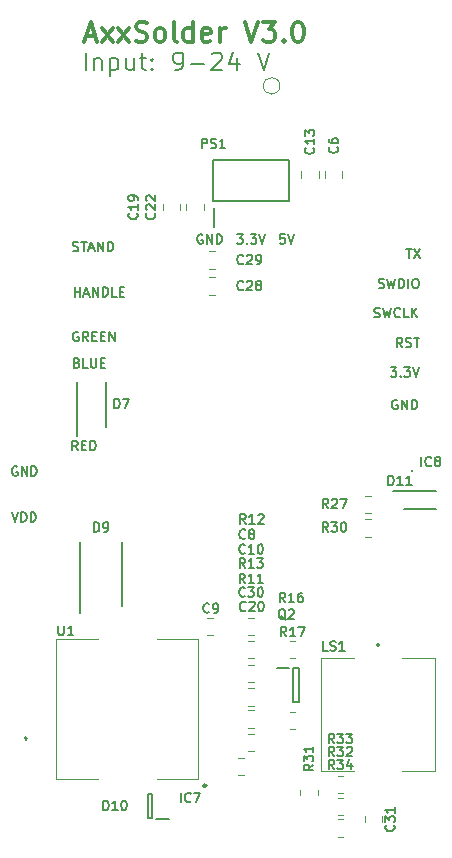
<source format=gbr>
%TF.GenerationSoftware,KiCad,Pcbnew,7.0.8*%
%TF.CreationDate,2023-10-25T09:11:50+02:00*%
%TF.ProjectId,AxxSolder,41787853-6f6c-4646-9572-2e6b69636164,rev?*%
%TF.SameCoordinates,Original*%
%TF.FileFunction,Legend,Top*%
%TF.FilePolarity,Positive*%
%FSLAX46Y46*%
G04 Gerber Fmt 4.6, Leading zero omitted, Abs format (unit mm)*
G04 Created by KiCad (PCBNEW 7.0.8) date 2023-10-25 09:11:50*
%MOMM*%
%LPD*%
G01*
G04 APERTURE LIST*
%ADD10C,0.300000*%
%ADD11C,0.150000*%
%ADD12C,0.200000*%
%ADD13C,0.100000*%
%ADD14C,0.120000*%
%ADD15C,0.250000*%
G04 APERTURE END LIST*
D10*
X104021177Y-49535139D02*
X104830701Y-49535139D01*
X103859272Y-50020853D02*
X104425939Y-48320853D01*
X104425939Y-48320853D02*
X104992606Y-50020853D01*
X105397368Y-50020853D02*
X106287844Y-48887520D01*
X105397368Y-48887520D02*
X106287844Y-50020853D01*
X106773558Y-50020853D02*
X107664034Y-48887520D01*
X106773558Y-48887520D02*
X107664034Y-50020853D01*
X108230700Y-49939901D02*
X108473557Y-50020853D01*
X108473557Y-50020853D02*
X108878319Y-50020853D01*
X108878319Y-50020853D02*
X109040224Y-49939901D01*
X109040224Y-49939901D02*
X109121176Y-49858948D01*
X109121176Y-49858948D02*
X109202129Y-49697043D01*
X109202129Y-49697043D02*
X109202129Y-49535139D01*
X109202129Y-49535139D02*
X109121176Y-49373234D01*
X109121176Y-49373234D02*
X109040224Y-49292281D01*
X109040224Y-49292281D02*
X108878319Y-49211329D01*
X108878319Y-49211329D02*
X108554510Y-49130377D01*
X108554510Y-49130377D02*
X108392605Y-49049424D01*
X108392605Y-49049424D02*
X108311652Y-48968472D01*
X108311652Y-48968472D02*
X108230700Y-48806567D01*
X108230700Y-48806567D02*
X108230700Y-48644662D01*
X108230700Y-48644662D02*
X108311652Y-48482758D01*
X108311652Y-48482758D02*
X108392605Y-48401805D01*
X108392605Y-48401805D02*
X108554510Y-48320853D01*
X108554510Y-48320853D02*
X108959271Y-48320853D01*
X108959271Y-48320853D02*
X109202129Y-48401805D01*
X110173558Y-50020853D02*
X110011653Y-49939901D01*
X110011653Y-49939901D02*
X109930700Y-49858948D01*
X109930700Y-49858948D02*
X109849748Y-49697043D01*
X109849748Y-49697043D02*
X109849748Y-49211329D01*
X109849748Y-49211329D02*
X109930700Y-49049424D01*
X109930700Y-49049424D02*
X110011653Y-48968472D01*
X110011653Y-48968472D02*
X110173558Y-48887520D01*
X110173558Y-48887520D02*
X110416415Y-48887520D01*
X110416415Y-48887520D02*
X110578319Y-48968472D01*
X110578319Y-48968472D02*
X110659272Y-49049424D01*
X110659272Y-49049424D02*
X110740224Y-49211329D01*
X110740224Y-49211329D02*
X110740224Y-49697043D01*
X110740224Y-49697043D02*
X110659272Y-49858948D01*
X110659272Y-49858948D02*
X110578319Y-49939901D01*
X110578319Y-49939901D02*
X110416415Y-50020853D01*
X110416415Y-50020853D02*
X110173558Y-50020853D01*
X111711653Y-50020853D02*
X111549748Y-49939901D01*
X111549748Y-49939901D02*
X111468795Y-49777996D01*
X111468795Y-49777996D02*
X111468795Y-48320853D01*
X113087843Y-50020853D02*
X113087843Y-48320853D01*
X113087843Y-49939901D02*
X112925938Y-50020853D01*
X112925938Y-50020853D02*
X112602129Y-50020853D01*
X112602129Y-50020853D02*
X112440224Y-49939901D01*
X112440224Y-49939901D02*
X112359271Y-49858948D01*
X112359271Y-49858948D02*
X112278319Y-49697043D01*
X112278319Y-49697043D02*
X112278319Y-49211329D01*
X112278319Y-49211329D02*
X112359271Y-49049424D01*
X112359271Y-49049424D02*
X112440224Y-48968472D01*
X112440224Y-48968472D02*
X112602129Y-48887520D01*
X112602129Y-48887520D02*
X112925938Y-48887520D01*
X112925938Y-48887520D02*
X113087843Y-48968472D01*
X114544985Y-49939901D02*
X114383081Y-50020853D01*
X114383081Y-50020853D02*
X114059271Y-50020853D01*
X114059271Y-50020853D02*
X113897366Y-49939901D01*
X113897366Y-49939901D02*
X113816414Y-49777996D01*
X113816414Y-49777996D02*
X113816414Y-49130377D01*
X113816414Y-49130377D02*
X113897366Y-48968472D01*
X113897366Y-48968472D02*
X114059271Y-48887520D01*
X114059271Y-48887520D02*
X114383081Y-48887520D01*
X114383081Y-48887520D02*
X114544985Y-48968472D01*
X114544985Y-48968472D02*
X114625938Y-49130377D01*
X114625938Y-49130377D02*
X114625938Y-49292281D01*
X114625938Y-49292281D02*
X113816414Y-49454186D01*
X115354509Y-50020853D02*
X115354509Y-48887520D01*
X115354509Y-49211329D02*
X115435462Y-49049424D01*
X115435462Y-49049424D02*
X115516414Y-48968472D01*
X115516414Y-48968472D02*
X115678319Y-48887520D01*
X115678319Y-48887520D02*
X115840224Y-48887520D01*
X117459271Y-48320853D02*
X118025938Y-50020853D01*
X118025938Y-50020853D02*
X118592605Y-48320853D01*
X118997367Y-48320853D02*
X120049748Y-48320853D01*
X120049748Y-48320853D02*
X119483081Y-48968472D01*
X119483081Y-48968472D02*
X119725938Y-48968472D01*
X119725938Y-48968472D02*
X119887843Y-49049424D01*
X119887843Y-49049424D02*
X119968795Y-49130377D01*
X119968795Y-49130377D02*
X120049748Y-49292281D01*
X120049748Y-49292281D02*
X120049748Y-49697043D01*
X120049748Y-49697043D02*
X119968795Y-49858948D01*
X119968795Y-49858948D02*
X119887843Y-49939901D01*
X119887843Y-49939901D02*
X119725938Y-50020853D01*
X119725938Y-50020853D02*
X119240224Y-50020853D01*
X119240224Y-50020853D02*
X119078319Y-49939901D01*
X119078319Y-49939901D02*
X118997367Y-49858948D01*
X120778319Y-49858948D02*
X120859272Y-49939901D01*
X120859272Y-49939901D02*
X120778319Y-50020853D01*
X120778319Y-50020853D02*
X120697367Y-49939901D01*
X120697367Y-49939901D02*
X120778319Y-49858948D01*
X120778319Y-49858948D02*
X120778319Y-50020853D01*
X121911653Y-48320853D02*
X122073558Y-48320853D01*
X122073558Y-48320853D02*
X122235462Y-48401805D01*
X122235462Y-48401805D02*
X122316415Y-48482758D01*
X122316415Y-48482758D02*
X122397367Y-48644662D01*
X122397367Y-48644662D02*
X122478320Y-48968472D01*
X122478320Y-48968472D02*
X122478320Y-49373234D01*
X122478320Y-49373234D02*
X122397367Y-49697043D01*
X122397367Y-49697043D02*
X122316415Y-49858948D01*
X122316415Y-49858948D02*
X122235462Y-49939901D01*
X122235462Y-49939901D02*
X122073558Y-50020853D01*
X122073558Y-50020853D02*
X121911653Y-50020853D01*
X121911653Y-50020853D02*
X121749748Y-49939901D01*
X121749748Y-49939901D02*
X121668796Y-49858948D01*
X121668796Y-49858948D02*
X121587843Y-49697043D01*
X121587843Y-49697043D02*
X121506891Y-49373234D01*
X121506891Y-49373234D02*
X121506891Y-48968472D01*
X121506891Y-48968472D02*
X121587843Y-48644662D01*
X121587843Y-48644662D02*
X121668796Y-48482758D01*
X121668796Y-48482758D02*
X121749748Y-48401805D01*
X121749748Y-48401805D02*
X121911653Y-48320853D01*
D11*
X130390476Y-80350390D02*
X130314286Y-80312295D01*
X130314286Y-80312295D02*
X130200000Y-80312295D01*
X130200000Y-80312295D02*
X130085714Y-80350390D01*
X130085714Y-80350390D02*
X130009524Y-80426580D01*
X130009524Y-80426580D02*
X129971429Y-80502771D01*
X129971429Y-80502771D02*
X129933333Y-80655152D01*
X129933333Y-80655152D02*
X129933333Y-80769438D01*
X129933333Y-80769438D02*
X129971429Y-80921819D01*
X129971429Y-80921819D02*
X130009524Y-80998009D01*
X130009524Y-80998009D02*
X130085714Y-81074200D01*
X130085714Y-81074200D02*
X130200000Y-81112295D01*
X130200000Y-81112295D02*
X130276191Y-81112295D01*
X130276191Y-81112295D02*
X130390476Y-81074200D01*
X130390476Y-81074200D02*
X130428572Y-81036104D01*
X130428572Y-81036104D02*
X130428572Y-80769438D01*
X130428572Y-80769438D02*
X130276191Y-80769438D01*
X130771429Y-81112295D02*
X130771429Y-80312295D01*
X130771429Y-80312295D02*
X131228572Y-81112295D01*
X131228572Y-81112295D02*
X131228572Y-80312295D01*
X131609524Y-81112295D02*
X131609524Y-80312295D01*
X131609524Y-80312295D02*
X131800000Y-80312295D01*
X131800000Y-80312295D02*
X131914286Y-80350390D01*
X131914286Y-80350390D02*
X131990476Y-80426580D01*
X131990476Y-80426580D02*
X132028571Y-80502771D01*
X132028571Y-80502771D02*
X132066667Y-80655152D01*
X132066667Y-80655152D02*
X132066667Y-80769438D01*
X132066667Y-80769438D02*
X132028571Y-80921819D01*
X132028571Y-80921819D02*
X131990476Y-80998009D01*
X131990476Y-80998009D02*
X131914286Y-81074200D01*
X131914286Y-81074200D02*
X131800000Y-81112295D01*
X131800000Y-81112295D02*
X131609524Y-81112295D01*
X103252380Y-77193247D02*
X103366666Y-77231342D01*
X103366666Y-77231342D02*
X103404761Y-77269438D01*
X103404761Y-77269438D02*
X103442857Y-77345628D01*
X103442857Y-77345628D02*
X103442857Y-77459914D01*
X103442857Y-77459914D02*
X103404761Y-77536104D01*
X103404761Y-77536104D02*
X103366666Y-77574200D01*
X103366666Y-77574200D02*
X103290476Y-77612295D01*
X103290476Y-77612295D02*
X102985714Y-77612295D01*
X102985714Y-77612295D02*
X102985714Y-76812295D01*
X102985714Y-76812295D02*
X103252380Y-76812295D01*
X103252380Y-76812295D02*
X103328571Y-76850390D01*
X103328571Y-76850390D02*
X103366666Y-76888485D01*
X103366666Y-76888485D02*
X103404761Y-76964676D01*
X103404761Y-76964676D02*
X103404761Y-77040866D01*
X103404761Y-77040866D02*
X103366666Y-77117057D01*
X103366666Y-77117057D02*
X103328571Y-77155152D01*
X103328571Y-77155152D02*
X103252380Y-77193247D01*
X103252380Y-77193247D02*
X102985714Y-77193247D01*
X104166666Y-77612295D02*
X103785714Y-77612295D01*
X103785714Y-77612295D02*
X103785714Y-76812295D01*
X104433333Y-76812295D02*
X104433333Y-77459914D01*
X104433333Y-77459914D02*
X104471428Y-77536104D01*
X104471428Y-77536104D02*
X104509523Y-77574200D01*
X104509523Y-77574200D02*
X104585714Y-77612295D01*
X104585714Y-77612295D02*
X104738095Y-77612295D01*
X104738095Y-77612295D02*
X104814285Y-77574200D01*
X104814285Y-77574200D02*
X104852380Y-77536104D01*
X104852380Y-77536104D02*
X104890476Y-77459914D01*
X104890476Y-77459914D02*
X104890476Y-76812295D01*
X105271428Y-77193247D02*
X105538094Y-77193247D01*
X105652380Y-77612295D02*
X105271428Y-77612295D01*
X105271428Y-77612295D02*
X105271428Y-76812295D01*
X105271428Y-76812295D02*
X105652380Y-76812295D01*
X129819047Y-77562295D02*
X130314285Y-77562295D01*
X130314285Y-77562295D02*
X130047619Y-77867057D01*
X130047619Y-77867057D02*
X130161904Y-77867057D01*
X130161904Y-77867057D02*
X130238095Y-77905152D01*
X130238095Y-77905152D02*
X130276190Y-77943247D01*
X130276190Y-77943247D02*
X130314285Y-78019438D01*
X130314285Y-78019438D02*
X130314285Y-78209914D01*
X130314285Y-78209914D02*
X130276190Y-78286104D01*
X130276190Y-78286104D02*
X130238095Y-78324200D01*
X130238095Y-78324200D02*
X130161904Y-78362295D01*
X130161904Y-78362295D02*
X129933333Y-78362295D01*
X129933333Y-78362295D02*
X129857142Y-78324200D01*
X129857142Y-78324200D02*
X129819047Y-78286104D01*
X130657143Y-78286104D02*
X130695238Y-78324200D01*
X130695238Y-78324200D02*
X130657143Y-78362295D01*
X130657143Y-78362295D02*
X130619047Y-78324200D01*
X130619047Y-78324200D02*
X130657143Y-78286104D01*
X130657143Y-78286104D02*
X130657143Y-78362295D01*
X130961904Y-77562295D02*
X131457142Y-77562295D01*
X131457142Y-77562295D02*
X131190476Y-77867057D01*
X131190476Y-77867057D02*
X131304761Y-77867057D01*
X131304761Y-77867057D02*
X131380952Y-77905152D01*
X131380952Y-77905152D02*
X131419047Y-77943247D01*
X131419047Y-77943247D02*
X131457142Y-78019438D01*
X131457142Y-78019438D02*
X131457142Y-78209914D01*
X131457142Y-78209914D02*
X131419047Y-78286104D01*
X131419047Y-78286104D02*
X131380952Y-78324200D01*
X131380952Y-78324200D02*
X131304761Y-78362295D01*
X131304761Y-78362295D02*
X131076190Y-78362295D01*
X131076190Y-78362295D02*
X130999999Y-78324200D01*
X130999999Y-78324200D02*
X130961904Y-78286104D01*
X131685714Y-77562295D02*
X131952381Y-78362295D01*
X131952381Y-78362295D02*
X132219047Y-77562295D01*
X102929761Y-67699200D02*
X103044047Y-67737295D01*
X103044047Y-67737295D02*
X103234523Y-67737295D01*
X103234523Y-67737295D02*
X103310714Y-67699200D01*
X103310714Y-67699200D02*
X103348809Y-67661104D01*
X103348809Y-67661104D02*
X103386904Y-67584914D01*
X103386904Y-67584914D02*
X103386904Y-67508723D01*
X103386904Y-67508723D02*
X103348809Y-67432533D01*
X103348809Y-67432533D02*
X103310714Y-67394438D01*
X103310714Y-67394438D02*
X103234523Y-67356342D01*
X103234523Y-67356342D02*
X103082142Y-67318247D01*
X103082142Y-67318247D02*
X103005952Y-67280152D01*
X103005952Y-67280152D02*
X102967857Y-67242057D01*
X102967857Y-67242057D02*
X102929761Y-67165866D01*
X102929761Y-67165866D02*
X102929761Y-67089676D01*
X102929761Y-67089676D02*
X102967857Y-67013485D01*
X102967857Y-67013485D02*
X103005952Y-66975390D01*
X103005952Y-66975390D02*
X103082142Y-66937295D01*
X103082142Y-66937295D02*
X103272619Y-66937295D01*
X103272619Y-66937295D02*
X103386904Y-66975390D01*
X103615476Y-66937295D02*
X104072619Y-66937295D01*
X103844047Y-67737295D02*
X103844047Y-66937295D01*
X104301190Y-67508723D02*
X104682143Y-67508723D01*
X104225000Y-67737295D02*
X104491667Y-66937295D01*
X104491667Y-66937295D02*
X104758333Y-67737295D01*
X105025000Y-67737295D02*
X105025000Y-66937295D01*
X105025000Y-66937295D02*
X105482143Y-67737295D01*
X105482143Y-67737295D02*
X105482143Y-66937295D01*
X105863095Y-67737295D02*
X105863095Y-66937295D01*
X105863095Y-66937295D02*
X106053571Y-66937295D01*
X106053571Y-66937295D02*
X106167857Y-66975390D01*
X106167857Y-66975390D02*
X106244047Y-67051580D01*
X106244047Y-67051580D02*
X106282142Y-67127771D01*
X106282142Y-67127771D02*
X106320238Y-67280152D01*
X106320238Y-67280152D02*
X106320238Y-67394438D01*
X106320238Y-67394438D02*
X106282142Y-67546819D01*
X106282142Y-67546819D02*
X106244047Y-67623009D01*
X106244047Y-67623009D02*
X106167857Y-67699200D01*
X106167857Y-67699200D02*
X106053571Y-67737295D01*
X106053571Y-67737295D02*
X105863095Y-67737295D01*
X116819047Y-66312295D02*
X117314285Y-66312295D01*
X117314285Y-66312295D02*
X117047619Y-66617057D01*
X117047619Y-66617057D02*
X117161904Y-66617057D01*
X117161904Y-66617057D02*
X117238095Y-66655152D01*
X117238095Y-66655152D02*
X117276190Y-66693247D01*
X117276190Y-66693247D02*
X117314285Y-66769438D01*
X117314285Y-66769438D02*
X117314285Y-66959914D01*
X117314285Y-66959914D02*
X117276190Y-67036104D01*
X117276190Y-67036104D02*
X117238095Y-67074200D01*
X117238095Y-67074200D02*
X117161904Y-67112295D01*
X117161904Y-67112295D02*
X116933333Y-67112295D01*
X116933333Y-67112295D02*
X116857142Y-67074200D01*
X116857142Y-67074200D02*
X116819047Y-67036104D01*
X117657143Y-67036104D02*
X117695238Y-67074200D01*
X117695238Y-67074200D02*
X117657143Y-67112295D01*
X117657143Y-67112295D02*
X117619047Y-67074200D01*
X117619047Y-67074200D02*
X117657143Y-67036104D01*
X117657143Y-67036104D02*
X117657143Y-67112295D01*
X117961904Y-66312295D02*
X118457142Y-66312295D01*
X118457142Y-66312295D02*
X118190476Y-66617057D01*
X118190476Y-66617057D02*
X118304761Y-66617057D01*
X118304761Y-66617057D02*
X118380952Y-66655152D01*
X118380952Y-66655152D02*
X118419047Y-66693247D01*
X118419047Y-66693247D02*
X118457142Y-66769438D01*
X118457142Y-66769438D02*
X118457142Y-66959914D01*
X118457142Y-66959914D02*
X118419047Y-67036104D01*
X118419047Y-67036104D02*
X118380952Y-67074200D01*
X118380952Y-67074200D02*
X118304761Y-67112295D01*
X118304761Y-67112295D02*
X118076190Y-67112295D01*
X118076190Y-67112295D02*
X117999999Y-67074200D01*
X117999999Y-67074200D02*
X117961904Y-67036104D01*
X118685714Y-66312295D02*
X118952381Y-67112295D01*
X118952381Y-67112295D02*
X119219047Y-66312295D01*
X128440475Y-73324200D02*
X128554761Y-73362295D01*
X128554761Y-73362295D02*
X128745237Y-73362295D01*
X128745237Y-73362295D02*
X128821428Y-73324200D01*
X128821428Y-73324200D02*
X128859523Y-73286104D01*
X128859523Y-73286104D02*
X128897618Y-73209914D01*
X128897618Y-73209914D02*
X128897618Y-73133723D01*
X128897618Y-73133723D02*
X128859523Y-73057533D01*
X128859523Y-73057533D02*
X128821428Y-73019438D01*
X128821428Y-73019438D02*
X128745237Y-72981342D01*
X128745237Y-72981342D02*
X128592856Y-72943247D01*
X128592856Y-72943247D02*
X128516666Y-72905152D01*
X128516666Y-72905152D02*
X128478571Y-72867057D01*
X128478571Y-72867057D02*
X128440475Y-72790866D01*
X128440475Y-72790866D02*
X128440475Y-72714676D01*
X128440475Y-72714676D02*
X128478571Y-72638485D01*
X128478571Y-72638485D02*
X128516666Y-72600390D01*
X128516666Y-72600390D02*
X128592856Y-72562295D01*
X128592856Y-72562295D02*
X128783333Y-72562295D01*
X128783333Y-72562295D02*
X128897618Y-72600390D01*
X129164285Y-72562295D02*
X129354761Y-73362295D01*
X129354761Y-73362295D02*
X129507142Y-72790866D01*
X129507142Y-72790866D02*
X129659523Y-73362295D01*
X129659523Y-73362295D02*
X129850000Y-72562295D01*
X130611905Y-73286104D02*
X130573809Y-73324200D01*
X130573809Y-73324200D02*
X130459524Y-73362295D01*
X130459524Y-73362295D02*
X130383333Y-73362295D01*
X130383333Y-73362295D02*
X130269047Y-73324200D01*
X130269047Y-73324200D02*
X130192857Y-73248009D01*
X130192857Y-73248009D02*
X130154762Y-73171819D01*
X130154762Y-73171819D02*
X130116666Y-73019438D01*
X130116666Y-73019438D02*
X130116666Y-72905152D01*
X130116666Y-72905152D02*
X130154762Y-72752771D01*
X130154762Y-72752771D02*
X130192857Y-72676580D01*
X130192857Y-72676580D02*
X130269047Y-72600390D01*
X130269047Y-72600390D02*
X130383333Y-72562295D01*
X130383333Y-72562295D02*
X130459524Y-72562295D01*
X130459524Y-72562295D02*
X130573809Y-72600390D01*
X130573809Y-72600390D02*
X130611905Y-72638485D01*
X131335714Y-73362295D02*
X130954762Y-73362295D01*
X130954762Y-73362295D02*
X130954762Y-72562295D01*
X131602381Y-73362295D02*
X131602381Y-72562295D01*
X132059524Y-73362295D02*
X131716666Y-72905152D01*
X132059524Y-72562295D02*
X131602381Y-73019438D01*
X103366666Y-74625390D02*
X103290476Y-74587295D01*
X103290476Y-74587295D02*
X103176190Y-74587295D01*
X103176190Y-74587295D02*
X103061904Y-74625390D01*
X103061904Y-74625390D02*
X102985714Y-74701580D01*
X102985714Y-74701580D02*
X102947619Y-74777771D01*
X102947619Y-74777771D02*
X102909523Y-74930152D01*
X102909523Y-74930152D02*
X102909523Y-75044438D01*
X102909523Y-75044438D02*
X102947619Y-75196819D01*
X102947619Y-75196819D02*
X102985714Y-75273009D01*
X102985714Y-75273009D02*
X103061904Y-75349200D01*
X103061904Y-75349200D02*
X103176190Y-75387295D01*
X103176190Y-75387295D02*
X103252381Y-75387295D01*
X103252381Y-75387295D02*
X103366666Y-75349200D01*
X103366666Y-75349200D02*
X103404762Y-75311104D01*
X103404762Y-75311104D02*
X103404762Y-75044438D01*
X103404762Y-75044438D02*
X103252381Y-75044438D01*
X104204762Y-75387295D02*
X103938095Y-75006342D01*
X103747619Y-75387295D02*
X103747619Y-74587295D01*
X103747619Y-74587295D02*
X104052381Y-74587295D01*
X104052381Y-74587295D02*
X104128571Y-74625390D01*
X104128571Y-74625390D02*
X104166666Y-74663485D01*
X104166666Y-74663485D02*
X104204762Y-74739676D01*
X104204762Y-74739676D02*
X104204762Y-74853961D01*
X104204762Y-74853961D02*
X104166666Y-74930152D01*
X104166666Y-74930152D02*
X104128571Y-74968247D01*
X104128571Y-74968247D02*
X104052381Y-75006342D01*
X104052381Y-75006342D02*
X103747619Y-75006342D01*
X104547619Y-74968247D02*
X104814285Y-74968247D01*
X104928571Y-75387295D02*
X104547619Y-75387295D01*
X104547619Y-75387295D02*
X104547619Y-74587295D01*
X104547619Y-74587295D02*
X104928571Y-74587295D01*
X105271429Y-74968247D02*
X105538095Y-74968247D01*
X105652381Y-75387295D02*
X105271429Y-75387295D01*
X105271429Y-75387295D02*
X105271429Y-74587295D01*
X105271429Y-74587295D02*
X105652381Y-74587295D01*
X105995239Y-75387295D02*
X105995239Y-74587295D01*
X105995239Y-74587295D02*
X106452382Y-75387295D01*
X106452382Y-75387295D02*
X106452382Y-74587295D01*
X103335714Y-84612295D02*
X103069047Y-84231342D01*
X102878571Y-84612295D02*
X102878571Y-83812295D01*
X102878571Y-83812295D02*
X103183333Y-83812295D01*
X103183333Y-83812295D02*
X103259523Y-83850390D01*
X103259523Y-83850390D02*
X103297618Y-83888485D01*
X103297618Y-83888485D02*
X103335714Y-83964676D01*
X103335714Y-83964676D02*
X103335714Y-84078961D01*
X103335714Y-84078961D02*
X103297618Y-84155152D01*
X103297618Y-84155152D02*
X103259523Y-84193247D01*
X103259523Y-84193247D02*
X103183333Y-84231342D01*
X103183333Y-84231342D02*
X102878571Y-84231342D01*
X103678571Y-84193247D02*
X103945237Y-84193247D01*
X104059523Y-84612295D02*
X103678571Y-84612295D01*
X103678571Y-84612295D02*
X103678571Y-83812295D01*
X103678571Y-83812295D02*
X104059523Y-83812295D01*
X104402381Y-84612295D02*
X104402381Y-83812295D01*
X104402381Y-83812295D02*
X104592857Y-83812295D01*
X104592857Y-83812295D02*
X104707143Y-83850390D01*
X104707143Y-83850390D02*
X104783333Y-83926580D01*
X104783333Y-83926580D02*
X104821428Y-84002771D01*
X104821428Y-84002771D02*
X104859524Y-84155152D01*
X104859524Y-84155152D02*
X104859524Y-84269438D01*
X104859524Y-84269438D02*
X104821428Y-84421819D01*
X104821428Y-84421819D02*
X104783333Y-84498009D01*
X104783333Y-84498009D02*
X104707143Y-84574200D01*
X104707143Y-84574200D02*
X104592857Y-84612295D01*
X104592857Y-84612295D02*
X104402381Y-84612295D01*
X98190476Y-86000390D02*
X98114286Y-85962295D01*
X98114286Y-85962295D02*
X98000000Y-85962295D01*
X98000000Y-85962295D02*
X97885714Y-86000390D01*
X97885714Y-86000390D02*
X97809524Y-86076580D01*
X97809524Y-86076580D02*
X97771429Y-86152771D01*
X97771429Y-86152771D02*
X97733333Y-86305152D01*
X97733333Y-86305152D02*
X97733333Y-86419438D01*
X97733333Y-86419438D02*
X97771429Y-86571819D01*
X97771429Y-86571819D02*
X97809524Y-86648009D01*
X97809524Y-86648009D02*
X97885714Y-86724200D01*
X97885714Y-86724200D02*
X98000000Y-86762295D01*
X98000000Y-86762295D02*
X98076191Y-86762295D01*
X98076191Y-86762295D02*
X98190476Y-86724200D01*
X98190476Y-86724200D02*
X98228572Y-86686104D01*
X98228572Y-86686104D02*
X98228572Y-86419438D01*
X98228572Y-86419438D02*
X98076191Y-86419438D01*
X98571429Y-86762295D02*
X98571429Y-85962295D01*
X98571429Y-85962295D02*
X99028572Y-86762295D01*
X99028572Y-86762295D02*
X99028572Y-85962295D01*
X99409524Y-86762295D02*
X99409524Y-85962295D01*
X99409524Y-85962295D02*
X99600000Y-85962295D01*
X99600000Y-85962295D02*
X99714286Y-86000390D01*
X99714286Y-86000390D02*
X99790476Y-86076580D01*
X99790476Y-86076580D02*
X99828571Y-86152771D01*
X99828571Y-86152771D02*
X99866667Y-86305152D01*
X99866667Y-86305152D02*
X99866667Y-86419438D01*
X99866667Y-86419438D02*
X99828571Y-86571819D01*
X99828571Y-86571819D02*
X99790476Y-86648009D01*
X99790476Y-86648009D02*
X99714286Y-86724200D01*
X99714286Y-86724200D02*
X99600000Y-86762295D01*
X99600000Y-86762295D02*
X99409524Y-86762295D01*
X97733333Y-89862295D02*
X98000000Y-90662295D01*
X98000000Y-90662295D02*
X98266666Y-89862295D01*
X98533333Y-90662295D02*
X98533333Y-89862295D01*
X98533333Y-89862295D02*
X98723809Y-89862295D01*
X98723809Y-89862295D02*
X98838095Y-89900390D01*
X98838095Y-89900390D02*
X98914285Y-89976580D01*
X98914285Y-89976580D02*
X98952380Y-90052771D01*
X98952380Y-90052771D02*
X98990476Y-90205152D01*
X98990476Y-90205152D02*
X98990476Y-90319438D01*
X98990476Y-90319438D02*
X98952380Y-90471819D01*
X98952380Y-90471819D02*
X98914285Y-90548009D01*
X98914285Y-90548009D02*
X98838095Y-90624200D01*
X98838095Y-90624200D02*
X98723809Y-90662295D01*
X98723809Y-90662295D02*
X98533333Y-90662295D01*
X99333333Y-90662295D02*
X99333333Y-89862295D01*
X99333333Y-89862295D02*
X99523809Y-89862295D01*
X99523809Y-89862295D02*
X99638095Y-89900390D01*
X99638095Y-89900390D02*
X99714285Y-89976580D01*
X99714285Y-89976580D02*
X99752380Y-90052771D01*
X99752380Y-90052771D02*
X99790476Y-90205152D01*
X99790476Y-90205152D02*
X99790476Y-90319438D01*
X99790476Y-90319438D02*
X99752380Y-90471819D01*
X99752380Y-90471819D02*
X99714285Y-90548009D01*
X99714285Y-90548009D02*
X99638095Y-90624200D01*
X99638095Y-90624200D02*
X99523809Y-90662295D01*
X99523809Y-90662295D02*
X99333333Y-90662295D01*
X128804761Y-70824200D02*
X128919047Y-70862295D01*
X128919047Y-70862295D02*
X129109523Y-70862295D01*
X129109523Y-70862295D02*
X129185714Y-70824200D01*
X129185714Y-70824200D02*
X129223809Y-70786104D01*
X129223809Y-70786104D02*
X129261904Y-70709914D01*
X129261904Y-70709914D02*
X129261904Y-70633723D01*
X129261904Y-70633723D02*
X129223809Y-70557533D01*
X129223809Y-70557533D02*
X129185714Y-70519438D01*
X129185714Y-70519438D02*
X129109523Y-70481342D01*
X129109523Y-70481342D02*
X128957142Y-70443247D01*
X128957142Y-70443247D02*
X128880952Y-70405152D01*
X128880952Y-70405152D02*
X128842857Y-70367057D01*
X128842857Y-70367057D02*
X128804761Y-70290866D01*
X128804761Y-70290866D02*
X128804761Y-70214676D01*
X128804761Y-70214676D02*
X128842857Y-70138485D01*
X128842857Y-70138485D02*
X128880952Y-70100390D01*
X128880952Y-70100390D02*
X128957142Y-70062295D01*
X128957142Y-70062295D02*
X129147619Y-70062295D01*
X129147619Y-70062295D02*
X129261904Y-70100390D01*
X129528571Y-70062295D02*
X129719047Y-70862295D01*
X129719047Y-70862295D02*
X129871428Y-70290866D01*
X129871428Y-70290866D02*
X130023809Y-70862295D01*
X130023809Y-70862295D02*
X130214286Y-70062295D01*
X130519048Y-70862295D02*
X130519048Y-70062295D01*
X130519048Y-70062295D02*
X130709524Y-70062295D01*
X130709524Y-70062295D02*
X130823810Y-70100390D01*
X130823810Y-70100390D02*
X130900000Y-70176580D01*
X130900000Y-70176580D02*
X130938095Y-70252771D01*
X130938095Y-70252771D02*
X130976191Y-70405152D01*
X130976191Y-70405152D02*
X130976191Y-70519438D01*
X130976191Y-70519438D02*
X130938095Y-70671819D01*
X130938095Y-70671819D02*
X130900000Y-70748009D01*
X130900000Y-70748009D02*
X130823810Y-70824200D01*
X130823810Y-70824200D02*
X130709524Y-70862295D01*
X130709524Y-70862295D02*
X130519048Y-70862295D01*
X131319048Y-70862295D02*
X131319048Y-70062295D01*
X131852381Y-70062295D02*
X132004762Y-70062295D01*
X132004762Y-70062295D02*
X132080952Y-70100390D01*
X132080952Y-70100390D02*
X132157143Y-70176580D01*
X132157143Y-70176580D02*
X132195238Y-70328961D01*
X132195238Y-70328961D02*
X132195238Y-70595628D01*
X132195238Y-70595628D02*
X132157143Y-70748009D01*
X132157143Y-70748009D02*
X132080952Y-70824200D01*
X132080952Y-70824200D02*
X132004762Y-70862295D01*
X132004762Y-70862295D02*
X131852381Y-70862295D01*
X131852381Y-70862295D02*
X131776190Y-70824200D01*
X131776190Y-70824200D02*
X131700000Y-70748009D01*
X131700000Y-70748009D02*
X131661904Y-70595628D01*
X131661904Y-70595628D02*
X131661904Y-70328961D01*
X131661904Y-70328961D02*
X131700000Y-70176580D01*
X131700000Y-70176580D02*
X131776190Y-70100390D01*
X131776190Y-70100390D02*
X131852381Y-70062295D01*
X130811905Y-75862295D02*
X130545238Y-75481342D01*
X130354762Y-75862295D02*
X130354762Y-75062295D01*
X130354762Y-75062295D02*
X130659524Y-75062295D01*
X130659524Y-75062295D02*
X130735714Y-75100390D01*
X130735714Y-75100390D02*
X130773809Y-75138485D01*
X130773809Y-75138485D02*
X130811905Y-75214676D01*
X130811905Y-75214676D02*
X130811905Y-75328961D01*
X130811905Y-75328961D02*
X130773809Y-75405152D01*
X130773809Y-75405152D02*
X130735714Y-75443247D01*
X130735714Y-75443247D02*
X130659524Y-75481342D01*
X130659524Y-75481342D02*
X130354762Y-75481342D01*
X131116666Y-75824200D02*
X131230952Y-75862295D01*
X131230952Y-75862295D02*
X131421428Y-75862295D01*
X131421428Y-75862295D02*
X131497619Y-75824200D01*
X131497619Y-75824200D02*
X131535714Y-75786104D01*
X131535714Y-75786104D02*
X131573809Y-75709914D01*
X131573809Y-75709914D02*
X131573809Y-75633723D01*
X131573809Y-75633723D02*
X131535714Y-75557533D01*
X131535714Y-75557533D02*
X131497619Y-75519438D01*
X131497619Y-75519438D02*
X131421428Y-75481342D01*
X131421428Y-75481342D02*
X131269047Y-75443247D01*
X131269047Y-75443247D02*
X131192857Y-75405152D01*
X131192857Y-75405152D02*
X131154762Y-75367057D01*
X131154762Y-75367057D02*
X131116666Y-75290866D01*
X131116666Y-75290866D02*
X131116666Y-75214676D01*
X131116666Y-75214676D02*
X131154762Y-75138485D01*
X131154762Y-75138485D02*
X131192857Y-75100390D01*
X131192857Y-75100390D02*
X131269047Y-75062295D01*
X131269047Y-75062295D02*
X131459524Y-75062295D01*
X131459524Y-75062295D02*
X131573809Y-75100390D01*
X131802381Y-75062295D02*
X132259524Y-75062295D01*
X132030952Y-75862295D02*
X132030952Y-75062295D01*
D12*
X103988720Y-52433528D02*
X103988720Y-50933528D01*
X104703006Y-51433528D02*
X104703006Y-52433528D01*
X104703006Y-51576385D02*
X104774435Y-51504957D01*
X104774435Y-51504957D02*
X104917292Y-51433528D01*
X104917292Y-51433528D02*
X105131578Y-51433528D01*
X105131578Y-51433528D02*
X105274435Y-51504957D01*
X105274435Y-51504957D02*
X105345864Y-51647814D01*
X105345864Y-51647814D02*
X105345864Y-52433528D01*
X106060149Y-51433528D02*
X106060149Y-52933528D01*
X106060149Y-51504957D02*
X106203007Y-51433528D01*
X106203007Y-51433528D02*
X106488721Y-51433528D01*
X106488721Y-51433528D02*
X106631578Y-51504957D01*
X106631578Y-51504957D02*
X106703007Y-51576385D01*
X106703007Y-51576385D02*
X106774435Y-51719242D01*
X106774435Y-51719242D02*
X106774435Y-52147814D01*
X106774435Y-52147814D02*
X106703007Y-52290671D01*
X106703007Y-52290671D02*
X106631578Y-52362100D01*
X106631578Y-52362100D02*
X106488721Y-52433528D01*
X106488721Y-52433528D02*
X106203007Y-52433528D01*
X106203007Y-52433528D02*
X106060149Y-52362100D01*
X108060150Y-51433528D02*
X108060150Y-52433528D01*
X107417292Y-51433528D02*
X107417292Y-52219242D01*
X107417292Y-52219242D02*
X107488721Y-52362100D01*
X107488721Y-52362100D02*
X107631578Y-52433528D01*
X107631578Y-52433528D02*
X107845864Y-52433528D01*
X107845864Y-52433528D02*
X107988721Y-52362100D01*
X107988721Y-52362100D02*
X108060150Y-52290671D01*
X108560150Y-51433528D02*
X109131578Y-51433528D01*
X108774435Y-50933528D02*
X108774435Y-52219242D01*
X108774435Y-52219242D02*
X108845864Y-52362100D01*
X108845864Y-52362100D02*
X108988721Y-52433528D01*
X108988721Y-52433528D02*
X109131578Y-52433528D01*
X109631578Y-52290671D02*
X109703007Y-52362100D01*
X109703007Y-52362100D02*
X109631578Y-52433528D01*
X109631578Y-52433528D02*
X109560150Y-52362100D01*
X109560150Y-52362100D02*
X109631578Y-52290671D01*
X109631578Y-52290671D02*
X109631578Y-52433528D01*
X109631578Y-51504957D02*
X109703007Y-51576385D01*
X109703007Y-51576385D02*
X109631578Y-51647814D01*
X109631578Y-51647814D02*
X109560150Y-51576385D01*
X109560150Y-51576385D02*
X109631578Y-51504957D01*
X109631578Y-51504957D02*
X109631578Y-51647814D01*
X111560150Y-52433528D02*
X111845864Y-52433528D01*
X111845864Y-52433528D02*
X111988721Y-52362100D01*
X111988721Y-52362100D02*
X112060150Y-52290671D01*
X112060150Y-52290671D02*
X112203007Y-52076385D01*
X112203007Y-52076385D02*
X112274436Y-51790671D01*
X112274436Y-51790671D02*
X112274436Y-51219242D01*
X112274436Y-51219242D02*
X112203007Y-51076385D01*
X112203007Y-51076385D02*
X112131579Y-51004957D01*
X112131579Y-51004957D02*
X111988721Y-50933528D01*
X111988721Y-50933528D02*
X111703007Y-50933528D01*
X111703007Y-50933528D02*
X111560150Y-51004957D01*
X111560150Y-51004957D02*
X111488721Y-51076385D01*
X111488721Y-51076385D02*
X111417293Y-51219242D01*
X111417293Y-51219242D02*
X111417293Y-51576385D01*
X111417293Y-51576385D02*
X111488721Y-51719242D01*
X111488721Y-51719242D02*
X111560150Y-51790671D01*
X111560150Y-51790671D02*
X111703007Y-51862100D01*
X111703007Y-51862100D02*
X111988721Y-51862100D01*
X111988721Y-51862100D02*
X112131579Y-51790671D01*
X112131579Y-51790671D02*
X112203007Y-51719242D01*
X112203007Y-51719242D02*
X112274436Y-51576385D01*
X112917292Y-51862100D02*
X114060150Y-51862100D01*
X114703007Y-51076385D02*
X114774435Y-51004957D01*
X114774435Y-51004957D02*
X114917293Y-50933528D01*
X114917293Y-50933528D02*
X115274435Y-50933528D01*
X115274435Y-50933528D02*
X115417293Y-51004957D01*
X115417293Y-51004957D02*
X115488721Y-51076385D01*
X115488721Y-51076385D02*
X115560150Y-51219242D01*
X115560150Y-51219242D02*
X115560150Y-51362100D01*
X115560150Y-51362100D02*
X115488721Y-51576385D01*
X115488721Y-51576385D02*
X114631578Y-52433528D01*
X114631578Y-52433528D02*
X115560150Y-52433528D01*
X116845864Y-51433528D02*
X116845864Y-52433528D01*
X116488721Y-50862100D02*
X116131578Y-51933528D01*
X116131578Y-51933528D02*
X117060149Y-51933528D01*
X118560149Y-50933528D02*
X119060149Y-52433528D01*
X119060149Y-52433528D02*
X119560149Y-50933528D01*
D11*
X131140476Y-67562295D02*
X131597619Y-67562295D01*
X131369047Y-68362295D02*
X131369047Y-67562295D01*
X131788095Y-67562295D02*
X132321429Y-68362295D01*
X132321429Y-67562295D02*
X131788095Y-68362295D01*
X113890476Y-66350390D02*
X113814286Y-66312295D01*
X113814286Y-66312295D02*
X113700000Y-66312295D01*
X113700000Y-66312295D02*
X113585714Y-66350390D01*
X113585714Y-66350390D02*
X113509524Y-66426580D01*
X113509524Y-66426580D02*
X113471429Y-66502771D01*
X113471429Y-66502771D02*
X113433333Y-66655152D01*
X113433333Y-66655152D02*
X113433333Y-66769438D01*
X113433333Y-66769438D02*
X113471429Y-66921819D01*
X113471429Y-66921819D02*
X113509524Y-66998009D01*
X113509524Y-66998009D02*
X113585714Y-67074200D01*
X113585714Y-67074200D02*
X113700000Y-67112295D01*
X113700000Y-67112295D02*
X113776191Y-67112295D01*
X113776191Y-67112295D02*
X113890476Y-67074200D01*
X113890476Y-67074200D02*
X113928572Y-67036104D01*
X113928572Y-67036104D02*
X113928572Y-66769438D01*
X113928572Y-66769438D02*
X113776191Y-66769438D01*
X114271429Y-67112295D02*
X114271429Y-66312295D01*
X114271429Y-66312295D02*
X114728572Y-67112295D01*
X114728572Y-67112295D02*
X114728572Y-66312295D01*
X115109524Y-67112295D02*
X115109524Y-66312295D01*
X115109524Y-66312295D02*
X115300000Y-66312295D01*
X115300000Y-66312295D02*
X115414286Y-66350390D01*
X115414286Y-66350390D02*
X115490476Y-66426580D01*
X115490476Y-66426580D02*
X115528571Y-66502771D01*
X115528571Y-66502771D02*
X115566667Y-66655152D01*
X115566667Y-66655152D02*
X115566667Y-66769438D01*
X115566667Y-66769438D02*
X115528571Y-66921819D01*
X115528571Y-66921819D02*
X115490476Y-66998009D01*
X115490476Y-66998009D02*
X115414286Y-67074200D01*
X115414286Y-67074200D02*
X115300000Y-67112295D01*
X115300000Y-67112295D02*
X115109524Y-67112295D01*
X120847619Y-66312295D02*
X120466667Y-66312295D01*
X120466667Y-66312295D02*
X120428571Y-66693247D01*
X120428571Y-66693247D02*
X120466667Y-66655152D01*
X120466667Y-66655152D02*
X120542857Y-66617057D01*
X120542857Y-66617057D02*
X120733333Y-66617057D01*
X120733333Y-66617057D02*
X120809524Y-66655152D01*
X120809524Y-66655152D02*
X120847619Y-66693247D01*
X120847619Y-66693247D02*
X120885714Y-66769438D01*
X120885714Y-66769438D02*
X120885714Y-66959914D01*
X120885714Y-66959914D02*
X120847619Y-67036104D01*
X120847619Y-67036104D02*
X120809524Y-67074200D01*
X120809524Y-67074200D02*
X120733333Y-67112295D01*
X120733333Y-67112295D02*
X120542857Y-67112295D01*
X120542857Y-67112295D02*
X120466667Y-67074200D01*
X120466667Y-67074200D02*
X120428571Y-67036104D01*
X121114286Y-66312295D02*
X121380953Y-67112295D01*
X121380953Y-67112295D02*
X121647619Y-66312295D01*
X103073810Y-71587295D02*
X103073810Y-70787295D01*
X103073810Y-71168247D02*
X103530953Y-71168247D01*
X103530953Y-71587295D02*
X103530953Y-70787295D01*
X103873809Y-71358723D02*
X104254762Y-71358723D01*
X103797619Y-71587295D02*
X104064286Y-70787295D01*
X104064286Y-70787295D02*
X104330952Y-71587295D01*
X104597619Y-71587295D02*
X104597619Y-70787295D01*
X104597619Y-70787295D02*
X105054762Y-71587295D01*
X105054762Y-71587295D02*
X105054762Y-70787295D01*
X105435714Y-71587295D02*
X105435714Y-70787295D01*
X105435714Y-70787295D02*
X105626190Y-70787295D01*
X105626190Y-70787295D02*
X105740476Y-70825390D01*
X105740476Y-70825390D02*
X105816666Y-70901580D01*
X105816666Y-70901580D02*
X105854761Y-70977771D01*
X105854761Y-70977771D02*
X105892857Y-71130152D01*
X105892857Y-71130152D02*
X105892857Y-71244438D01*
X105892857Y-71244438D02*
X105854761Y-71396819D01*
X105854761Y-71396819D02*
X105816666Y-71473009D01*
X105816666Y-71473009D02*
X105740476Y-71549200D01*
X105740476Y-71549200D02*
X105626190Y-71587295D01*
X105626190Y-71587295D02*
X105435714Y-71587295D01*
X106616666Y-71587295D02*
X106235714Y-71587295D01*
X106235714Y-71587295D02*
X106235714Y-70787295D01*
X106883333Y-71168247D02*
X107149999Y-71168247D01*
X107264285Y-71587295D02*
X106883333Y-71587295D01*
X106883333Y-71587295D02*
X106883333Y-70787295D01*
X106883333Y-70787295D02*
X107264285Y-70787295D01*
X101690476Y-99462295D02*
X101690476Y-100109914D01*
X101690476Y-100109914D02*
X101728571Y-100186104D01*
X101728571Y-100186104D02*
X101766666Y-100224200D01*
X101766666Y-100224200D02*
X101842857Y-100262295D01*
X101842857Y-100262295D02*
X101995238Y-100262295D01*
X101995238Y-100262295D02*
X102071428Y-100224200D01*
X102071428Y-100224200D02*
X102109523Y-100186104D01*
X102109523Y-100186104D02*
X102147619Y-100109914D01*
X102147619Y-100109914D02*
X102147619Y-99462295D01*
X102947618Y-100262295D02*
X102490475Y-100262295D01*
X102719047Y-100262295D02*
X102719047Y-99462295D01*
X102719047Y-99462295D02*
X102642856Y-99576580D01*
X102642856Y-99576580D02*
X102566666Y-99652771D01*
X102566666Y-99652771D02*
X102490475Y-99690866D01*
X114466667Y-98286104D02*
X114428571Y-98324200D01*
X114428571Y-98324200D02*
X114314286Y-98362295D01*
X114314286Y-98362295D02*
X114238095Y-98362295D01*
X114238095Y-98362295D02*
X114123809Y-98324200D01*
X114123809Y-98324200D02*
X114047619Y-98248009D01*
X114047619Y-98248009D02*
X114009524Y-98171819D01*
X114009524Y-98171819D02*
X113971428Y-98019438D01*
X113971428Y-98019438D02*
X113971428Y-97905152D01*
X113971428Y-97905152D02*
X114009524Y-97752771D01*
X114009524Y-97752771D02*
X114047619Y-97676580D01*
X114047619Y-97676580D02*
X114123809Y-97600390D01*
X114123809Y-97600390D02*
X114238095Y-97562295D01*
X114238095Y-97562295D02*
X114314286Y-97562295D01*
X114314286Y-97562295D02*
X114428571Y-97600390D01*
X114428571Y-97600390D02*
X114466667Y-97638485D01*
X114847619Y-98362295D02*
X115000000Y-98362295D01*
X115000000Y-98362295D02*
X115076190Y-98324200D01*
X115076190Y-98324200D02*
X115114286Y-98286104D01*
X115114286Y-98286104D02*
X115190476Y-98171819D01*
X115190476Y-98171819D02*
X115228571Y-98019438D01*
X115228571Y-98019438D02*
X115228571Y-97714676D01*
X115228571Y-97714676D02*
X115190476Y-97638485D01*
X115190476Y-97638485D02*
X115152381Y-97600390D01*
X115152381Y-97600390D02*
X115076190Y-97562295D01*
X115076190Y-97562295D02*
X114923809Y-97562295D01*
X114923809Y-97562295D02*
X114847619Y-97600390D01*
X114847619Y-97600390D02*
X114809524Y-97638485D01*
X114809524Y-97638485D02*
X114771428Y-97714676D01*
X114771428Y-97714676D02*
X114771428Y-97905152D01*
X114771428Y-97905152D02*
X114809524Y-97981342D01*
X114809524Y-97981342D02*
X114847619Y-98019438D01*
X114847619Y-98019438D02*
X114923809Y-98057533D01*
X114923809Y-98057533D02*
X115076190Y-98057533D01*
X115076190Y-98057533D02*
X115152381Y-98019438D01*
X115152381Y-98019438D02*
X115190476Y-97981342D01*
X115190476Y-97981342D02*
X115228571Y-97905152D01*
X117485714Y-93286104D02*
X117447618Y-93324200D01*
X117447618Y-93324200D02*
X117333333Y-93362295D01*
X117333333Y-93362295D02*
X117257142Y-93362295D01*
X117257142Y-93362295D02*
X117142856Y-93324200D01*
X117142856Y-93324200D02*
X117066666Y-93248009D01*
X117066666Y-93248009D02*
X117028571Y-93171819D01*
X117028571Y-93171819D02*
X116990475Y-93019438D01*
X116990475Y-93019438D02*
X116990475Y-92905152D01*
X116990475Y-92905152D02*
X117028571Y-92752771D01*
X117028571Y-92752771D02*
X117066666Y-92676580D01*
X117066666Y-92676580D02*
X117142856Y-92600390D01*
X117142856Y-92600390D02*
X117257142Y-92562295D01*
X117257142Y-92562295D02*
X117333333Y-92562295D01*
X117333333Y-92562295D02*
X117447618Y-92600390D01*
X117447618Y-92600390D02*
X117485714Y-92638485D01*
X118247618Y-93362295D02*
X117790475Y-93362295D01*
X118019047Y-93362295D02*
X118019047Y-92562295D01*
X118019047Y-92562295D02*
X117942856Y-92676580D01*
X117942856Y-92676580D02*
X117866666Y-92752771D01*
X117866666Y-92752771D02*
X117790475Y-92790866D01*
X118742857Y-92562295D02*
X118819047Y-92562295D01*
X118819047Y-92562295D02*
X118895238Y-92600390D01*
X118895238Y-92600390D02*
X118933333Y-92638485D01*
X118933333Y-92638485D02*
X118971428Y-92714676D01*
X118971428Y-92714676D02*
X119009523Y-92867057D01*
X119009523Y-92867057D02*
X119009523Y-93057533D01*
X119009523Y-93057533D02*
X118971428Y-93209914D01*
X118971428Y-93209914D02*
X118933333Y-93286104D01*
X118933333Y-93286104D02*
X118895238Y-93324200D01*
X118895238Y-93324200D02*
X118819047Y-93362295D01*
X118819047Y-93362295D02*
X118742857Y-93362295D01*
X118742857Y-93362295D02*
X118666666Y-93324200D01*
X118666666Y-93324200D02*
X118628571Y-93286104D01*
X118628571Y-93286104D02*
X118590476Y-93209914D01*
X118590476Y-93209914D02*
X118552380Y-93057533D01*
X118552380Y-93057533D02*
X118552380Y-92867057D01*
X118552380Y-92867057D02*
X118590476Y-92714676D01*
X118590476Y-92714676D02*
X118628571Y-92638485D01*
X118628571Y-92638485D02*
X118666666Y-92600390D01*
X118666666Y-92600390D02*
X118742857Y-92562295D01*
X123262295Y-111214285D02*
X122881342Y-111480952D01*
X123262295Y-111671428D02*
X122462295Y-111671428D01*
X122462295Y-111671428D02*
X122462295Y-111366666D01*
X122462295Y-111366666D02*
X122500390Y-111290476D01*
X122500390Y-111290476D02*
X122538485Y-111252381D01*
X122538485Y-111252381D02*
X122614676Y-111214285D01*
X122614676Y-111214285D02*
X122728961Y-111214285D01*
X122728961Y-111214285D02*
X122805152Y-111252381D01*
X122805152Y-111252381D02*
X122843247Y-111290476D01*
X122843247Y-111290476D02*
X122881342Y-111366666D01*
X122881342Y-111366666D02*
X122881342Y-111671428D01*
X122462295Y-110947619D02*
X122462295Y-110452381D01*
X122462295Y-110452381D02*
X122767057Y-110719047D01*
X122767057Y-110719047D02*
X122767057Y-110604762D01*
X122767057Y-110604762D02*
X122805152Y-110528571D01*
X122805152Y-110528571D02*
X122843247Y-110490476D01*
X122843247Y-110490476D02*
X122919438Y-110452381D01*
X122919438Y-110452381D02*
X123109914Y-110452381D01*
X123109914Y-110452381D02*
X123186104Y-110490476D01*
X123186104Y-110490476D02*
X123224200Y-110528571D01*
X123224200Y-110528571D02*
X123262295Y-110604762D01*
X123262295Y-110604762D02*
X123262295Y-110833333D01*
X123262295Y-110833333D02*
X123224200Y-110909524D01*
X123224200Y-110909524D02*
X123186104Y-110947619D01*
X123262295Y-109690476D02*
X123262295Y-110147619D01*
X123262295Y-109919047D02*
X122462295Y-109919047D01*
X122462295Y-109919047D02*
X122576580Y-109995238D01*
X122576580Y-109995238D02*
X122652771Y-110071428D01*
X122652771Y-110071428D02*
X122690866Y-110147619D01*
X123286104Y-58989285D02*
X123324200Y-59027381D01*
X123324200Y-59027381D02*
X123362295Y-59141666D01*
X123362295Y-59141666D02*
X123362295Y-59217857D01*
X123362295Y-59217857D02*
X123324200Y-59332143D01*
X123324200Y-59332143D02*
X123248009Y-59408333D01*
X123248009Y-59408333D02*
X123171819Y-59446428D01*
X123171819Y-59446428D02*
X123019438Y-59484524D01*
X123019438Y-59484524D02*
X122905152Y-59484524D01*
X122905152Y-59484524D02*
X122752771Y-59446428D01*
X122752771Y-59446428D02*
X122676580Y-59408333D01*
X122676580Y-59408333D02*
X122600390Y-59332143D01*
X122600390Y-59332143D02*
X122562295Y-59217857D01*
X122562295Y-59217857D02*
X122562295Y-59141666D01*
X122562295Y-59141666D02*
X122600390Y-59027381D01*
X122600390Y-59027381D02*
X122638485Y-58989285D01*
X123362295Y-58227381D02*
X123362295Y-58684524D01*
X123362295Y-58455952D02*
X122562295Y-58455952D01*
X122562295Y-58455952D02*
X122676580Y-58532143D01*
X122676580Y-58532143D02*
X122752771Y-58608333D01*
X122752771Y-58608333D02*
X122790866Y-58684524D01*
X122562295Y-57960714D02*
X122562295Y-57465476D01*
X122562295Y-57465476D02*
X122867057Y-57732142D01*
X122867057Y-57732142D02*
X122867057Y-57617857D01*
X122867057Y-57617857D02*
X122905152Y-57541666D01*
X122905152Y-57541666D02*
X122943247Y-57503571D01*
X122943247Y-57503571D02*
X123019438Y-57465476D01*
X123019438Y-57465476D02*
X123209914Y-57465476D01*
X123209914Y-57465476D02*
X123286104Y-57503571D01*
X123286104Y-57503571D02*
X123324200Y-57541666D01*
X123324200Y-57541666D02*
X123362295Y-57617857D01*
X123362295Y-57617857D02*
X123362295Y-57846428D01*
X123362295Y-57846428D02*
X123324200Y-57922619D01*
X123324200Y-57922619D02*
X123286104Y-57960714D01*
X125035714Y-109412295D02*
X124769047Y-109031342D01*
X124578571Y-109412295D02*
X124578571Y-108612295D01*
X124578571Y-108612295D02*
X124883333Y-108612295D01*
X124883333Y-108612295D02*
X124959523Y-108650390D01*
X124959523Y-108650390D02*
X124997618Y-108688485D01*
X124997618Y-108688485D02*
X125035714Y-108764676D01*
X125035714Y-108764676D02*
X125035714Y-108878961D01*
X125035714Y-108878961D02*
X124997618Y-108955152D01*
X124997618Y-108955152D02*
X124959523Y-108993247D01*
X124959523Y-108993247D02*
X124883333Y-109031342D01*
X124883333Y-109031342D02*
X124578571Y-109031342D01*
X125302380Y-108612295D02*
X125797618Y-108612295D01*
X125797618Y-108612295D02*
X125530952Y-108917057D01*
X125530952Y-108917057D02*
X125645237Y-108917057D01*
X125645237Y-108917057D02*
X125721428Y-108955152D01*
X125721428Y-108955152D02*
X125759523Y-108993247D01*
X125759523Y-108993247D02*
X125797618Y-109069438D01*
X125797618Y-109069438D02*
X125797618Y-109259914D01*
X125797618Y-109259914D02*
X125759523Y-109336104D01*
X125759523Y-109336104D02*
X125721428Y-109374200D01*
X125721428Y-109374200D02*
X125645237Y-109412295D01*
X125645237Y-109412295D02*
X125416666Y-109412295D01*
X125416666Y-109412295D02*
X125340475Y-109374200D01*
X125340475Y-109374200D02*
X125302380Y-109336104D01*
X126064285Y-108612295D02*
X126559523Y-108612295D01*
X126559523Y-108612295D02*
X126292857Y-108917057D01*
X126292857Y-108917057D02*
X126407142Y-108917057D01*
X126407142Y-108917057D02*
X126483333Y-108955152D01*
X126483333Y-108955152D02*
X126521428Y-108993247D01*
X126521428Y-108993247D02*
X126559523Y-109069438D01*
X126559523Y-109069438D02*
X126559523Y-109259914D01*
X126559523Y-109259914D02*
X126521428Y-109336104D01*
X126521428Y-109336104D02*
X126483333Y-109374200D01*
X126483333Y-109374200D02*
X126407142Y-109412295D01*
X126407142Y-109412295D02*
X126178571Y-109412295D01*
X126178571Y-109412295D02*
X126102380Y-109374200D01*
X126102380Y-109374200D02*
X126064285Y-109336104D01*
X105478571Y-115062295D02*
X105478571Y-114262295D01*
X105478571Y-114262295D02*
X105669047Y-114262295D01*
X105669047Y-114262295D02*
X105783333Y-114300390D01*
X105783333Y-114300390D02*
X105859523Y-114376580D01*
X105859523Y-114376580D02*
X105897618Y-114452771D01*
X105897618Y-114452771D02*
X105935714Y-114605152D01*
X105935714Y-114605152D02*
X105935714Y-114719438D01*
X105935714Y-114719438D02*
X105897618Y-114871819D01*
X105897618Y-114871819D02*
X105859523Y-114948009D01*
X105859523Y-114948009D02*
X105783333Y-115024200D01*
X105783333Y-115024200D02*
X105669047Y-115062295D01*
X105669047Y-115062295D02*
X105478571Y-115062295D01*
X106697618Y-115062295D02*
X106240475Y-115062295D01*
X106469047Y-115062295D02*
X106469047Y-114262295D01*
X106469047Y-114262295D02*
X106392856Y-114376580D01*
X106392856Y-114376580D02*
X106316666Y-114452771D01*
X106316666Y-114452771D02*
X106240475Y-114490866D01*
X107192857Y-114262295D02*
X107269047Y-114262295D01*
X107269047Y-114262295D02*
X107345238Y-114300390D01*
X107345238Y-114300390D02*
X107383333Y-114338485D01*
X107383333Y-114338485D02*
X107421428Y-114414676D01*
X107421428Y-114414676D02*
X107459523Y-114567057D01*
X107459523Y-114567057D02*
X107459523Y-114757533D01*
X107459523Y-114757533D02*
X107421428Y-114909914D01*
X107421428Y-114909914D02*
X107383333Y-114986104D01*
X107383333Y-114986104D02*
X107345238Y-115024200D01*
X107345238Y-115024200D02*
X107269047Y-115062295D01*
X107269047Y-115062295D02*
X107192857Y-115062295D01*
X107192857Y-115062295D02*
X107116666Y-115024200D01*
X107116666Y-115024200D02*
X107078571Y-114986104D01*
X107078571Y-114986104D02*
X107040476Y-114909914D01*
X107040476Y-114909914D02*
X107002380Y-114757533D01*
X107002380Y-114757533D02*
X107002380Y-114567057D01*
X107002380Y-114567057D02*
X107040476Y-114414676D01*
X107040476Y-114414676D02*
X107078571Y-114338485D01*
X107078571Y-114338485D02*
X107116666Y-114300390D01*
X107116666Y-114300390D02*
X107192857Y-114262295D01*
X117535714Y-90812295D02*
X117269047Y-90431342D01*
X117078571Y-90812295D02*
X117078571Y-90012295D01*
X117078571Y-90012295D02*
X117383333Y-90012295D01*
X117383333Y-90012295D02*
X117459523Y-90050390D01*
X117459523Y-90050390D02*
X117497618Y-90088485D01*
X117497618Y-90088485D02*
X117535714Y-90164676D01*
X117535714Y-90164676D02*
X117535714Y-90278961D01*
X117535714Y-90278961D02*
X117497618Y-90355152D01*
X117497618Y-90355152D02*
X117459523Y-90393247D01*
X117459523Y-90393247D02*
X117383333Y-90431342D01*
X117383333Y-90431342D02*
X117078571Y-90431342D01*
X118297618Y-90812295D02*
X117840475Y-90812295D01*
X118069047Y-90812295D02*
X118069047Y-90012295D01*
X118069047Y-90012295D02*
X117992856Y-90126580D01*
X117992856Y-90126580D02*
X117916666Y-90202771D01*
X117916666Y-90202771D02*
X117840475Y-90240866D01*
X118602380Y-90088485D02*
X118640476Y-90050390D01*
X118640476Y-90050390D02*
X118716666Y-90012295D01*
X118716666Y-90012295D02*
X118907142Y-90012295D01*
X118907142Y-90012295D02*
X118983333Y-90050390D01*
X118983333Y-90050390D02*
X119021428Y-90088485D01*
X119021428Y-90088485D02*
X119059523Y-90164676D01*
X119059523Y-90164676D02*
X119059523Y-90240866D01*
X119059523Y-90240866D02*
X119021428Y-90355152D01*
X119021428Y-90355152D02*
X118564285Y-90812295D01*
X118564285Y-90812295D02*
X119059523Y-90812295D01*
X125286104Y-58933332D02*
X125324200Y-58971428D01*
X125324200Y-58971428D02*
X125362295Y-59085713D01*
X125362295Y-59085713D02*
X125362295Y-59161904D01*
X125362295Y-59161904D02*
X125324200Y-59276190D01*
X125324200Y-59276190D02*
X125248009Y-59352380D01*
X125248009Y-59352380D02*
X125171819Y-59390475D01*
X125171819Y-59390475D02*
X125019438Y-59428571D01*
X125019438Y-59428571D02*
X124905152Y-59428571D01*
X124905152Y-59428571D02*
X124752771Y-59390475D01*
X124752771Y-59390475D02*
X124676580Y-59352380D01*
X124676580Y-59352380D02*
X124600390Y-59276190D01*
X124600390Y-59276190D02*
X124562295Y-59161904D01*
X124562295Y-59161904D02*
X124562295Y-59085713D01*
X124562295Y-59085713D02*
X124600390Y-58971428D01*
X124600390Y-58971428D02*
X124638485Y-58933332D01*
X124562295Y-58247618D02*
X124562295Y-58399999D01*
X124562295Y-58399999D02*
X124600390Y-58476190D01*
X124600390Y-58476190D02*
X124638485Y-58514285D01*
X124638485Y-58514285D02*
X124752771Y-58590475D01*
X124752771Y-58590475D02*
X124905152Y-58628571D01*
X124905152Y-58628571D02*
X125209914Y-58628571D01*
X125209914Y-58628571D02*
X125286104Y-58590475D01*
X125286104Y-58590475D02*
X125324200Y-58552380D01*
X125324200Y-58552380D02*
X125362295Y-58476190D01*
X125362295Y-58476190D02*
X125362295Y-58323809D01*
X125362295Y-58323809D02*
X125324200Y-58247618D01*
X125324200Y-58247618D02*
X125286104Y-58209523D01*
X125286104Y-58209523D02*
X125209914Y-58171428D01*
X125209914Y-58171428D02*
X125019438Y-58171428D01*
X125019438Y-58171428D02*
X124943247Y-58209523D01*
X124943247Y-58209523D02*
X124905152Y-58247618D01*
X124905152Y-58247618D02*
X124867057Y-58323809D01*
X124867057Y-58323809D02*
X124867057Y-58476190D01*
X124867057Y-58476190D02*
X124905152Y-58552380D01*
X124905152Y-58552380D02*
X124943247Y-58590475D01*
X124943247Y-58590475D02*
X125019438Y-58628571D01*
X117335714Y-68786104D02*
X117297618Y-68824200D01*
X117297618Y-68824200D02*
X117183333Y-68862295D01*
X117183333Y-68862295D02*
X117107142Y-68862295D01*
X117107142Y-68862295D02*
X116992856Y-68824200D01*
X116992856Y-68824200D02*
X116916666Y-68748009D01*
X116916666Y-68748009D02*
X116878571Y-68671819D01*
X116878571Y-68671819D02*
X116840475Y-68519438D01*
X116840475Y-68519438D02*
X116840475Y-68405152D01*
X116840475Y-68405152D02*
X116878571Y-68252771D01*
X116878571Y-68252771D02*
X116916666Y-68176580D01*
X116916666Y-68176580D02*
X116992856Y-68100390D01*
X116992856Y-68100390D02*
X117107142Y-68062295D01*
X117107142Y-68062295D02*
X117183333Y-68062295D01*
X117183333Y-68062295D02*
X117297618Y-68100390D01*
X117297618Y-68100390D02*
X117335714Y-68138485D01*
X117640475Y-68138485D02*
X117678571Y-68100390D01*
X117678571Y-68100390D02*
X117754761Y-68062295D01*
X117754761Y-68062295D02*
X117945237Y-68062295D01*
X117945237Y-68062295D02*
X118021428Y-68100390D01*
X118021428Y-68100390D02*
X118059523Y-68138485D01*
X118059523Y-68138485D02*
X118097618Y-68214676D01*
X118097618Y-68214676D02*
X118097618Y-68290866D01*
X118097618Y-68290866D02*
X118059523Y-68405152D01*
X118059523Y-68405152D02*
X117602380Y-68862295D01*
X117602380Y-68862295D02*
X118097618Y-68862295D01*
X118478571Y-68862295D02*
X118630952Y-68862295D01*
X118630952Y-68862295D02*
X118707142Y-68824200D01*
X118707142Y-68824200D02*
X118745238Y-68786104D01*
X118745238Y-68786104D02*
X118821428Y-68671819D01*
X118821428Y-68671819D02*
X118859523Y-68519438D01*
X118859523Y-68519438D02*
X118859523Y-68214676D01*
X118859523Y-68214676D02*
X118821428Y-68138485D01*
X118821428Y-68138485D02*
X118783333Y-68100390D01*
X118783333Y-68100390D02*
X118707142Y-68062295D01*
X118707142Y-68062295D02*
X118554761Y-68062295D01*
X118554761Y-68062295D02*
X118478571Y-68100390D01*
X118478571Y-68100390D02*
X118440476Y-68138485D01*
X118440476Y-68138485D02*
X118402380Y-68214676D01*
X118402380Y-68214676D02*
X118402380Y-68405152D01*
X118402380Y-68405152D02*
X118440476Y-68481342D01*
X118440476Y-68481342D02*
X118478571Y-68519438D01*
X118478571Y-68519438D02*
X118554761Y-68557533D01*
X118554761Y-68557533D02*
X118707142Y-68557533D01*
X118707142Y-68557533D02*
X118783333Y-68519438D01*
X118783333Y-68519438D02*
X118821428Y-68481342D01*
X118821428Y-68481342D02*
X118859523Y-68405152D01*
X120923809Y-98938485D02*
X120847619Y-98900390D01*
X120847619Y-98900390D02*
X120771428Y-98824200D01*
X120771428Y-98824200D02*
X120657142Y-98709914D01*
X120657142Y-98709914D02*
X120580952Y-98671819D01*
X120580952Y-98671819D02*
X120504761Y-98671819D01*
X120542857Y-98862295D02*
X120466666Y-98824200D01*
X120466666Y-98824200D02*
X120390476Y-98748009D01*
X120390476Y-98748009D02*
X120352380Y-98595628D01*
X120352380Y-98595628D02*
X120352380Y-98328961D01*
X120352380Y-98328961D02*
X120390476Y-98176580D01*
X120390476Y-98176580D02*
X120466666Y-98100390D01*
X120466666Y-98100390D02*
X120542857Y-98062295D01*
X120542857Y-98062295D02*
X120695238Y-98062295D01*
X120695238Y-98062295D02*
X120771428Y-98100390D01*
X120771428Y-98100390D02*
X120847619Y-98176580D01*
X120847619Y-98176580D02*
X120885714Y-98328961D01*
X120885714Y-98328961D02*
X120885714Y-98595628D01*
X120885714Y-98595628D02*
X120847619Y-98748009D01*
X120847619Y-98748009D02*
X120771428Y-98824200D01*
X120771428Y-98824200D02*
X120695238Y-98862295D01*
X120695238Y-98862295D02*
X120542857Y-98862295D01*
X121190475Y-98138485D02*
X121228571Y-98100390D01*
X121228571Y-98100390D02*
X121304761Y-98062295D01*
X121304761Y-98062295D02*
X121495237Y-98062295D01*
X121495237Y-98062295D02*
X121571428Y-98100390D01*
X121571428Y-98100390D02*
X121609523Y-98138485D01*
X121609523Y-98138485D02*
X121647618Y-98214676D01*
X121647618Y-98214676D02*
X121647618Y-98290866D01*
X121647618Y-98290866D02*
X121609523Y-98405152D01*
X121609523Y-98405152D02*
X121152380Y-98862295D01*
X121152380Y-98862295D02*
X121647618Y-98862295D01*
X117535714Y-98136104D02*
X117497618Y-98174200D01*
X117497618Y-98174200D02*
X117383333Y-98212295D01*
X117383333Y-98212295D02*
X117307142Y-98212295D01*
X117307142Y-98212295D02*
X117192856Y-98174200D01*
X117192856Y-98174200D02*
X117116666Y-98098009D01*
X117116666Y-98098009D02*
X117078571Y-98021819D01*
X117078571Y-98021819D02*
X117040475Y-97869438D01*
X117040475Y-97869438D02*
X117040475Y-97755152D01*
X117040475Y-97755152D02*
X117078571Y-97602771D01*
X117078571Y-97602771D02*
X117116666Y-97526580D01*
X117116666Y-97526580D02*
X117192856Y-97450390D01*
X117192856Y-97450390D02*
X117307142Y-97412295D01*
X117307142Y-97412295D02*
X117383333Y-97412295D01*
X117383333Y-97412295D02*
X117497618Y-97450390D01*
X117497618Y-97450390D02*
X117535714Y-97488485D01*
X117840475Y-97488485D02*
X117878571Y-97450390D01*
X117878571Y-97450390D02*
X117954761Y-97412295D01*
X117954761Y-97412295D02*
X118145237Y-97412295D01*
X118145237Y-97412295D02*
X118221428Y-97450390D01*
X118221428Y-97450390D02*
X118259523Y-97488485D01*
X118259523Y-97488485D02*
X118297618Y-97564676D01*
X118297618Y-97564676D02*
X118297618Y-97640866D01*
X118297618Y-97640866D02*
X118259523Y-97755152D01*
X118259523Y-97755152D02*
X117802380Y-98212295D01*
X117802380Y-98212295D02*
X118297618Y-98212295D01*
X118792857Y-97412295D02*
X118869047Y-97412295D01*
X118869047Y-97412295D02*
X118945238Y-97450390D01*
X118945238Y-97450390D02*
X118983333Y-97488485D01*
X118983333Y-97488485D02*
X119021428Y-97564676D01*
X119021428Y-97564676D02*
X119059523Y-97717057D01*
X119059523Y-97717057D02*
X119059523Y-97907533D01*
X119059523Y-97907533D02*
X119021428Y-98059914D01*
X119021428Y-98059914D02*
X118983333Y-98136104D01*
X118983333Y-98136104D02*
X118945238Y-98174200D01*
X118945238Y-98174200D02*
X118869047Y-98212295D01*
X118869047Y-98212295D02*
X118792857Y-98212295D01*
X118792857Y-98212295D02*
X118716666Y-98174200D01*
X118716666Y-98174200D02*
X118678571Y-98136104D01*
X118678571Y-98136104D02*
X118640476Y-98059914D01*
X118640476Y-98059914D02*
X118602380Y-97907533D01*
X118602380Y-97907533D02*
X118602380Y-97717057D01*
X118602380Y-97717057D02*
X118640476Y-97564676D01*
X118640476Y-97564676D02*
X118678571Y-97488485D01*
X118678571Y-97488485D02*
X118716666Y-97450390D01*
X118716666Y-97450390D02*
X118792857Y-97412295D01*
X120885714Y-97462295D02*
X120619047Y-97081342D01*
X120428571Y-97462295D02*
X120428571Y-96662295D01*
X120428571Y-96662295D02*
X120733333Y-96662295D01*
X120733333Y-96662295D02*
X120809523Y-96700390D01*
X120809523Y-96700390D02*
X120847618Y-96738485D01*
X120847618Y-96738485D02*
X120885714Y-96814676D01*
X120885714Y-96814676D02*
X120885714Y-96928961D01*
X120885714Y-96928961D02*
X120847618Y-97005152D01*
X120847618Y-97005152D02*
X120809523Y-97043247D01*
X120809523Y-97043247D02*
X120733333Y-97081342D01*
X120733333Y-97081342D02*
X120428571Y-97081342D01*
X121647618Y-97462295D02*
X121190475Y-97462295D01*
X121419047Y-97462295D02*
X121419047Y-96662295D01*
X121419047Y-96662295D02*
X121342856Y-96776580D01*
X121342856Y-96776580D02*
X121266666Y-96852771D01*
X121266666Y-96852771D02*
X121190475Y-96890866D01*
X122333333Y-96662295D02*
X122180952Y-96662295D01*
X122180952Y-96662295D02*
X122104761Y-96700390D01*
X122104761Y-96700390D02*
X122066666Y-96738485D01*
X122066666Y-96738485D02*
X121990476Y-96852771D01*
X121990476Y-96852771D02*
X121952380Y-97005152D01*
X121952380Y-97005152D02*
X121952380Y-97309914D01*
X121952380Y-97309914D02*
X121990476Y-97386104D01*
X121990476Y-97386104D02*
X122028571Y-97424200D01*
X122028571Y-97424200D02*
X122104761Y-97462295D01*
X122104761Y-97462295D02*
X122257142Y-97462295D01*
X122257142Y-97462295D02*
X122333333Y-97424200D01*
X122333333Y-97424200D02*
X122371428Y-97386104D01*
X122371428Y-97386104D02*
X122409523Y-97309914D01*
X122409523Y-97309914D02*
X122409523Y-97119438D01*
X122409523Y-97119438D02*
X122371428Y-97043247D01*
X122371428Y-97043247D02*
X122333333Y-97005152D01*
X122333333Y-97005152D02*
X122257142Y-96967057D01*
X122257142Y-96967057D02*
X122104761Y-96967057D01*
X122104761Y-96967057D02*
X122028571Y-97005152D01*
X122028571Y-97005152D02*
X121990476Y-97043247D01*
X121990476Y-97043247D02*
X121952380Y-97119438D01*
X117485714Y-95862295D02*
X117219047Y-95481342D01*
X117028571Y-95862295D02*
X117028571Y-95062295D01*
X117028571Y-95062295D02*
X117333333Y-95062295D01*
X117333333Y-95062295D02*
X117409523Y-95100390D01*
X117409523Y-95100390D02*
X117447618Y-95138485D01*
X117447618Y-95138485D02*
X117485714Y-95214676D01*
X117485714Y-95214676D02*
X117485714Y-95328961D01*
X117485714Y-95328961D02*
X117447618Y-95405152D01*
X117447618Y-95405152D02*
X117409523Y-95443247D01*
X117409523Y-95443247D02*
X117333333Y-95481342D01*
X117333333Y-95481342D02*
X117028571Y-95481342D01*
X118247618Y-95862295D02*
X117790475Y-95862295D01*
X118019047Y-95862295D02*
X118019047Y-95062295D01*
X118019047Y-95062295D02*
X117942856Y-95176580D01*
X117942856Y-95176580D02*
X117866666Y-95252771D01*
X117866666Y-95252771D02*
X117790475Y-95290866D01*
X119009523Y-95862295D02*
X118552380Y-95862295D01*
X118780952Y-95862295D02*
X118780952Y-95062295D01*
X118780952Y-95062295D02*
X118704761Y-95176580D01*
X118704761Y-95176580D02*
X118628571Y-95252771D01*
X118628571Y-95252771D02*
X118552380Y-95290866D01*
X124485714Y-101562295D02*
X124104762Y-101562295D01*
X124104762Y-101562295D02*
X124104762Y-100762295D01*
X124714285Y-101524200D02*
X124828571Y-101562295D01*
X124828571Y-101562295D02*
X125019047Y-101562295D01*
X125019047Y-101562295D02*
X125095238Y-101524200D01*
X125095238Y-101524200D02*
X125133333Y-101486104D01*
X125133333Y-101486104D02*
X125171428Y-101409914D01*
X125171428Y-101409914D02*
X125171428Y-101333723D01*
X125171428Y-101333723D02*
X125133333Y-101257533D01*
X125133333Y-101257533D02*
X125095238Y-101219438D01*
X125095238Y-101219438D02*
X125019047Y-101181342D01*
X125019047Y-101181342D02*
X124866666Y-101143247D01*
X124866666Y-101143247D02*
X124790476Y-101105152D01*
X124790476Y-101105152D02*
X124752381Y-101067057D01*
X124752381Y-101067057D02*
X124714285Y-100990866D01*
X124714285Y-100990866D02*
X124714285Y-100914676D01*
X124714285Y-100914676D02*
X124752381Y-100838485D01*
X124752381Y-100838485D02*
X124790476Y-100800390D01*
X124790476Y-100800390D02*
X124866666Y-100762295D01*
X124866666Y-100762295D02*
X125057143Y-100762295D01*
X125057143Y-100762295D02*
X125171428Y-100800390D01*
X125933333Y-101562295D02*
X125476190Y-101562295D01*
X125704762Y-101562295D02*
X125704762Y-100762295D01*
X125704762Y-100762295D02*
X125628571Y-100876580D01*
X125628571Y-100876580D02*
X125552381Y-100952771D01*
X125552381Y-100952771D02*
X125476190Y-100990866D01*
X120985714Y-100362295D02*
X120719047Y-99981342D01*
X120528571Y-100362295D02*
X120528571Y-99562295D01*
X120528571Y-99562295D02*
X120833333Y-99562295D01*
X120833333Y-99562295D02*
X120909523Y-99600390D01*
X120909523Y-99600390D02*
X120947618Y-99638485D01*
X120947618Y-99638485D02*
X120985714Y-99714676D01*
X120985714Y-99714676D02*
X120985714Y-99828961D01*
X120985714Y-99828961D02*
X120947618Y-99905152D01*
X120947618Y-99905152D02*
X120909523Y-99943247D01*
X120909523Y-99943247D02*
X120833333Y-99981342D01*
X120833333Y-99981342D02*
X120528571Y-99981342D01*
X121747618Y-100362295D02*
X121290475Y-100362295D01*
X121519047Y-100362295D02*
X121519047Y-99562295D01*
X121519047Y-99562295D02*
X121442856Y-99676580D01*
X121442856Y-99676580D02*
X121366666Y-99752771D01*
X121366666Y-99752771D02*
X121290475Y-99790866D01*
X122014285Y-99562295D02*
X122547619Y-99562295D01*
X122547619Y-99562295D02*
X122204761Y-100362295D01*
X108336104Y-64539285D02*
X108374200Y-64577381D01*
X108374200Y-64577381D02*
X108412295Y-64691666D01*
X108412295Y-64691666D02*
X108412295Y-64767857D01*
X108412295Y-64767857D02*
X108374200Y-64882143D01*
X108374200Y-64882143D02*
X108298009Y-64958333D01*
X108298009Y-64958333D02*
X108221819Y-64996428D01*
X108221819Y-64996428D02*
X108069438Y-65034524D01*
X108069438Y-65034524D02*
X107955152Y-65034524D01*
X107955152Y-65034524D02*
X107802771Y-64996428D01*
X107802771Y-64996428D02*
X107726580Y-64958333D01*
X107726580Y-64958333D02*
X107650390Y-64882143D01*
X107650390Y-64882143D02*
X107612295Y-64767857D01*
X107612295Y-64767857D02*
X107612295Y-64691666D01*
X107612295Y-64691666D02*
X107650390Y-64577381D01*
X107650390Y-64577381D02*
X107688485Y-64539285D01*
X108412295Y-63777381D02*
X108412295Y-64234524D01*
X108412295Y-64005952D02*
X107612295Y-64005952D01*
X107612295Y-64005952D02*
X107726580Y-64082143D01*
X107726580Y-64082143D02*
X107802771Y-64158333D01*
X107802771Y-64158333D02*
X107840866Y-64234524D01*
X108412295Y-63396428D02*
X108412295Y-63244047D01*
X108412295Y-63244047D02*
X108374200Y-63167857D01*
X108374200Y-63167857D02*
X108336104Y-63129761D01*
X108336104Y-63129761D02*
X108221819Y-63053571D01*
X108221819Y-63053571D02*
X108069438Y-63015476D01*
X108069438Y-63015476D02*
X107764676Y-63015476D01*
X107764676Y-63015476D02*
X107688485Y-63053571D01*
X107688485Y-63053571D02*
X107650390Y-63091666D01*
X107650390Y-63091666D02*
X107612295Y-63167857D01*
X107612295Y-63167857D02*
X107612295Y-63320238D01*
X107612295Y-63320238D02*
X107650390Y-63396428D01*
X107650390Y-63396428D02*
X107688485Y-63434523D01*
X107688485Y-63434523D02*
X107764676Y-63472619D01*
X107764676Y-63472619D02*
X107955152Y-63472619D01*
X107955152Y-63472619D02*
X108031342Y-63434523D01*
X108031342Y-63434523D02*
X108069438Y-63396428D01*
X108069438Y-63396428D02*
X108107533Y-63320238D01*
X108107533Y-63320238D02*
X108107533Y-63167857D01*
X108107533Y-63167857D02*
X108069438Y-63091666D01*
X108069438Y-63091666D02*
X108031342Y-63053571D01*
X108031342Y-63053571D02*
X107955152Y-63015476D01*
X106409524Y-81062295D02*
X106409524Y-80262295D01*
X106409524Y-80262295D02*
X106600000Y-80262295D01*
X106600000Y-80262295D02*
X106714286Y-80300390D01*
X106714286Y-80300390D02*
X106790476Y-80376580D01*
X106790476Y-80376580D02*
X106828571Y-80452771D01*
X106828571Y-80452771D02*
X106866667Y-80605152D01*
X106866667Y-80605152D02*
X106866667Y-80719438D01*
X106866667Y-80719438D02*
X106828571Y-80871819D01*
X106828571Y-80871819D02*
X106790476Y-80948009D01*
X106790476Y-80948009D02*
X106714286Y-81024200D01*
X106714286Y-81024200D02*
X106600000Y-81062295D01*
X106600000Y-81062295D02*
X106409524Y-81062295D01*
X107133333Y-80262295D02*
X107666667Y-80262295D01*
X107666667Y-80262295D02*
X107323809Y-81062295D01*
X129628571Y-87562295D02*
X129628571Y-86762295D01*
X129628571Y-86762295D02*
X129819047Y-86762295D01*
X129819047Y-86762295D02*
X129933333Y-86800390D01*
X129933333Y-86800390D02*
X130009523Y-86876580D01*
X130009523Y-86876580D02*
X130047618Y-86952771D01*
X130047618Y-86952771D02*
X130085714Y-87105152D01*
X130085714Y-87105152D02*
X130085714Y-87219438D01*
X130085714Y-87219438D02*
X130047618Y-87371819D01*
X130047618Y-87371819D02*
X130009523Y-87448009D01*
X130009523Y-87448009D02*
X129933333Y-87524200D01*
X129933333Y-87524200D02*
X129819047Y-87562295D01*
X129819047Y-87562295D02*
X129628571Y-87562295D01*
X130847618Y-87562295D02*
X130390475Y-87562295D01*
X130619047Y-87562295D02*
X130619047Y-86762295D01*
X130619047Y-86762295D02*
X130542856Y-86876580D01*
X130542856Y-86876580D02*
X130466666Y-86952771D01*
X130466666Y-86952771D02*
X130390475Y-86990866D01*
X131609523Y-87562295D02*
X131152380Y-87562295D01*
X131380952Y-87562295D02*
X131380952Y-86762295D01*
X131380952Y-86762295D02*
X131304761Y-86876580D01*
X131304761Y-86876580D02*
X131228571Y-86952771D01*
X131228571Y-86952771D02*
X131152380Y-86990866D01*
X125035714Y-111612295D02*
X124769047Y-111231342D01*
X124578571Y-111612295D02*
X124578571Y-110812295D01*
X124578571Y-110812295D02*
X124883333Y-110812295D01*
X124883333Y-110812295D02*
X124959523Y-110850390D01*
X124959523Y-110850390D02*
X124997618Y-110888485D01*
X124997618Y-110888485D02*
X125035714Y-110964676D01*
X125035714Y-110964676D02*
X125035714Y-111078961D01*
X125035714Y-111078961D02*
X124997618Y-111155152D01*
X124997618Y-111155152D02*
X124959523Y-111193247D01*
X124959523Y-111193247D02*
X124883333Y-111231342D01*
X124883333Y-111231342D02*
X124578571Y-111231342D01*
X125302380Y-110812295D02*
X125797618Y-110812295D01*
X125797618Y-110812295D02*
X125530952Y-111117057D01*
X125530952Y-111117057D02*
X125645237Y-111117057D01*
X125645237Y-111117057D02*
X125721428Y-111155152D01*
X125721428Y-111155152D02*
X125759523Y-111193247D01*
X125759523Y-111193247D02*
X125797618Y-111269438D01*
X125797618Y-111269438D02*
X125797618Y-111459914D01*
X125797618Y-111459914D02*
X125759523Y-111536104D01*
X125759523Y-111536104D02*
X125721428Y-111574200D01*
X125721428Y-111574200D02*
X125645237Y-111612295D01*
X125645237Y-111612295D02*
X125416666Y-111612295D01*
X125416666Y-111612295D02*
X125340475Y-111574200D01*
X125340475Y-111574200D02*
X125302380Y-111536104D01*
X126483333Y-111078961D02*
X126483333Y-111612295D01*
X126292857Y-110774200D02*
X126102380Y-111345628D01*
X126102380Y-111345628D02*
X126597619Y-111345628D01*
X113828571Y-59012295D02*
X113828571Y-58212295D01*
X113828571Y-58212295D02*
X114133333Y-58212295D01*
X114133333Y-58212295D02*
X114209523Y-58250390D01*
X114209523Y-58250390D02*
X114247618Y-58288485D01*
X114247618Y-58288485D02*
X114285714Y-58364676D01*
X114285714Y-58364676D02*
X114285714Y-58478961D01*
X114285714Y-58478961D02*
X114247618Y-58555152D01*
X114247618Y-58555152D02*
X114209523Y-58593247D01*
X114209523Y-58593247D02*
X114133333Y-58631342D01*
X114133333Y-58631342D02*
X113828571Y-58631342D01*
X114590475Y-58974200D02*
X114704761Y-59012295D01*
X114704761Y-59012295D02*
X114895237Y-59012295D01*
X114895237Y-59012295D02*
X114971428Y-58974200D01*
X114971428Y-58974200D02*
X115009523Y-58936104D01*
X115009523Y-58936104D02*
X115047618Y-58859914D01*
X115047618Y-58859914D02*
X115047618Y-58783723D01*
X115047618Y-58783723D02*
X115009523Y-58707533D01*
X115009523Y-58707533D02*
X114971428Y-58669438D01*
X114971428Y-58669438D02*
X114895237Y-58631342D01*
X114895237Y-58631342D02*
X114742856Y-58593247D01*
X114742856Y-58593247D02*
X114666666Y-58555152D01*
X114666666Y-58555152D02*
X114628571Y-58517057D01*
X114628571Y-58517057D02*
X114590475Y-58440866D01*
X114590475Y-58440866D02*
X114590475Y-58364676D01*
X114590475Y-58364676D02*
X114628571Y-58288485D01*
X114628571Y-58288485D02*
X114666666Y-58250390D01*
X114666666Y-58250390D02*
X114742856Y-58212295D01*
X114742856Y-58212295D02*
X114933333Y-58212295D01*
X114933333Y-58212295D02*
X115047618Y-58250390D01*
X115809523Y-59012295D02*
X115352380Y-59012295D01*
X115580952Y-59012295D02*
X115580952Y-58212295D01*
X115580952Y-58212295D02*
X115504761Y-58326580D01*
X115504761Y-58326580D02*
X115428571Y-58402771D01*
X115428571Y-58402771D02*
X115352380Y-58440866D01*
X109836104Y-64539285D02*
X109874200Y-64577381D01*
X109874200Y-64577381D02*
X109912295Y-64691666D01*
X109912295Y-64691666D02*
X109912295Y-64767857D01*
X109912295Y-64767857D02*
X109874200Y-64882143D01*
X109874200Y-64882143D02*
X109798009Y-64958333D01*
X109798009Y-64958333D02*
X109721819Y-64996428D01*
X109721819Y-64996428D02*
X109569438Y-65034524D01*
X109569438Y-65034524D02*
X109455152Y-65034524D01*
X109455152Y-65034524D02*
X109302771Y-64996428D01*
X109302771Y-64996428D02*
X109226580Y-64958333D01*
X109226580Y-64958333D02*
X109150390Y-64882143D01*
X109150390Y-64882143D02*
X109112295Y-64767857D01*
X109112295Y-64767857D02*
X109112295Y-64691666D01*
X109112295Y-64691666D02*
X109150390Y-64577381D01*
X109150390Y-64577381D02*
X109188485Y-64539285D01*
X109188485Y-64234524D02*
X109150390Y-64196428D01*
X109150390Y-64196428D02*
X109112295Y-64120238D01*
X109112295Y-64120238D02*
X109112295Y-63929762D01*
X109112295Y-63929762D02*
X109150390Y-63853571D01*
X109150390Y-63853571D02*
X109188485Y-63815476D01*
X109188485Y-63815476D02*
X109264676Y-63777381D01*
X109264676Y-63777381D02*
X109340866Y-63777381D01*
X109340866Y-63777381D02*
X109455152Y-63815476D01*
X109455152Y-63815476D02*
X109912295Y-64272619D01*
X109912295Y-64272619D02*
X109912295Y-63777381D01*
X109188485Y-63472619D02*
X109150390Y-63434523D01*
X109150390Y-63434523D02*
X109112295Y-63358333D01*
X109112295Y-63358333D02*
X109112295Y-63167857D01*
X109112295Y-63167857D02*
X109150390Y-63091666D01*
X109150390Y-63091666D02*
X109188485Y-63053571D01*
X109188485Y-63053571D02*
X109264676Y-63015476D01*
X109264676Y-63015476D02*
X109340866Y-63015476D01*
X109340866Y-63015476D02*
X109455152Y-63053571D01*
X109455152Y-63053571D02*
X109912295Y-63510714D01*
X109912295Y-63510714D02*
X109912295Y-63015476D01*
X104709524Y-91512295D02*
X104709524Y-90712295D01*
X104709524Y-90712295D02*
X104900000Y-90712295D01*
X104900000Y-90712295D02*
X105014286Y-90750390D01*
X105014286Y-90750390D02*
X105090476Y-90826580D01*
X105090476Y-90826580D02*
X105128571Y-90902771D01*
X105128571Y-90902771D02*
X105166667Y-91055152D01*
X105166667Y-91055152D02*
X105166667Y-91169438D01*
X105166667Y-91169438D02*
X105128571Y-91321819D01*
X105128571Y-91321819D02*
X105090476Y-91398009D01*
X105090476Y-91398009D02*
X105014286Y-91474200D01*
X105014286Y-91474200D02*
X104900000Y-91512295D01*
X104900000Y-91512295D02*
X104709524Y-91512295D01*
X105547619Y-91512295D02*
X105700000Y-91512295D01*
X105700000Y-91512295D02*
X105776190Y-91474200D01*
X105776190Y-91474200D02*
X105814286Y-91436104D01*
X105814286Y-91436104D02*
X105890476Y-91321819D01*
X105890476Y-91321819D02*
X105928571Y-91169438D01*
X105928571Y-91169438D02*
X105928571Y-90864676D01*
X105928571Y-90864676D02*
X105890476Y-90788485D01*
X105890476Y-90788485D02*
X105852381Y-90750390D01*
X105852381Y-90750390D02*
X105776190Y-90712295D01*
X105776190Y-90712295D02*
X105623809Y-90712295D01*
X105623809Y-90712295D02*
X105547619Y-90750390D01*
X105547619Y-90750390D02*
X105509524Y-90788485D01*
X105509524Y-90788485D02*
X105471428Y-90864676D01*
X105471428Y-90864676D02*
X105471428Y-91055152D01*
X105471428Y-91055152D02*
X105509524Y-91131342D01*
X105509524Y-91131342D02*
X105547619Y-91169438D01*
X105547619Y-91169438D02*
X105623809Y-91207533D01*
X105623809Y-91207533D02*
X105776190Y-91207533D01*
X105776190Y-91207533D02*
X105852381Y-91169438D01*
X105852381Y-91169438D02*
X105890476Y-91131342D01*
X105890476Y-91131342D02*
X105928571Y-91055152D01*
X117485714Y-94562295D02*
X117219047Y-94181342D01*
X117028571Y-94562295D02*
X117028571Y-93762295D01*
X117028571Y-93762295D02*
X117333333Y-93762295D01*
X117333333Y-93762295D02*
X117409523Y-93800390D01*
X117409523Y-93800390D02*
X117447618Y-93838485D01*
X117447618Y-93838485D02*
X117485714Y-93914676D01*
X117485714Y-93914676D02*
X117485714Y-94028961D01*
X117485714Y-94028961D02*
X117447618Y-94105152D01*
X117447618Y-94105152D02*
X117409523Y-94143247D01*
X117409523Y-94143247D02*
X117333333Y-94181342D01*
X117333333Y-94181342D02*
X117028571Y-94181342D01*
X118247618Y-94562295D02*
X117790475Y-94562295D01*
X118019047Y-94562295D02*
X118019047Y-93762295D01*
X118019047Y-93762295D02*
X117942856Y-93876580D01*
X117942856Y-93876580D02*
X117866666Y-93952771D01*
X117866666Y-93952771D02*
X117790475Y-93990866D01*
X118514285Y-93762295D02*
X119009523Y-93762295D01*
X119009523Y-93762295D02*
X118742857Y-94067057D01*
X118742857Y-94067057D02*
X118857142Y-94067057D01*
X118857142Y-94067057D02*
X118933333Y-94105152D01*
X118933333Y-94105152D02*
X118971428Y-94143247D01*
X118971428Y-94143247D02*
X119009523Y-94219438D01*
X119009523Y-94219438D02*
X119009523Y-94409914D01*
X119009523Y-94409914D02*
X118971428Y-94486104D01*
X118971428Y-94486104D02*
X118933333Y-94524200D01*
X118933333Y-94524200D02*
X118857142Y-94562295D01*
X118857142Y-94562295D02*
X118628571Y-94562295D01*
X118628571Y-94562295D02*
X118552380Y-94524200D01*
X118552380Y-94524200D02*
X118514285Y-94486104D01*
X117485714Y-96936104D02*
X117447618Y-96974200D01*
X117447618Y-96974200D02*
X117333333Y-97012295D01*
X117333333Y-97012295D02*
X117257142Y-97012295D01*
X117257142Y-97012295D02*
X117142856Y-96974200D01*
X117142856Y-96974200D02*
X117066666Y-96898009D01*
X117066666Y-96898009D02*
X117028571Y-96821819D01*
X117028571Y-96821819D02*
X116990475Y-96669438D01*
X116990475Y-96669438D02*
X116990475Y-96555152D01*
X116990475Y-96555152D02*
X117028571Y-96402771D01*
X117028571Y-96402771D02*
X117066666Y-96326580D01*
X117066666Y-96326580D02*
X117142856Y-96250390D01*
X117142856Y-96250390D02*
X117257142Y-96212295D01*
X117257142Y-96212295D02*
X117333333Y-96212295D01*
X117333333Y-96212295D02*
X117447618Y-96250390D01*
X117447618Y-96250390D02*
X117485714Y-96288485D01*
X117752380Y-96212295D02*
X118247618Y-96212295D01*
X118247618Y-96212295D02*
X117980952Y-96517057D01*
X117980952Y-96517057D02*
X118095237Y-96517057D01*
X118095237Y-96517057D02*
X118171428Y-96555152D01*
X118171428Y-96555152D02*
X118209523Y-96593247D01*
X118209523Y-96593247D02*
X118247618Y-96669438D01*
X118247618Y-96669438D02*
X118247618Y-96859914D01*
X118247618Y-96859914D02*
X118209523Y-96936104D01*
X118209523Y-96936104D02*
X118171428Y-96974200D01*
X118171428Y-96974200D02*
X118095237Y-97012295D01*
X118095237Y-97012295D02*
X117866666Y-97012295D01*
X117866666Y-97012295D02*
X117790475Y-96974200D01*
X117790475Y-96974200D02*
X117752380Y-96936104D01*
X118742857Y-96212295D02*
X118819047Y-96212295D01*
X118819047Y-96212295D02*
X118895238Y-96250390D01*
X118895238Y-96250390D02*
X118933333Y-96288485D01*
X118933333Y-96288485D02*
X118971428Y-96364676D01*
X118971428Y-96364676D02*
X119009523Y-96517057D01*
X119009523Y-96517057D02*
X119009523Y-96707533D01*
X119009523Y-96707533D02*
X118971428Y-96859914D01*
X118971428Y-96859914D02*
X118933333Y-96936104D01*
X118933333Y-96936104D02*
X118895238Y-96974200D01*
X118895238Y-96974200D02*
X118819047Y-97012295D01*
X118819047Y-97012295D02*
X118742857Y-97012295D01*
X118742857Y-97012295D02*
X118666666Y-96974200D01*
X118666666Y-96974200D02*
X118628571Y-96936104D01*
X118628571Y-96936104D02*
X118590476Y-96859914D01*
X118590476Y-96859914D02*
X118552380Y-96707533D01*
X118552380Y-96707533D02*
X118552380Y-96517057D01*
X118552380Y-96517057D02*
X118590476Y-96364676D01*
X118590476Y-96364676D02*
X118628571Y-96288485D01*
X118628571Y-96288485D02*
X118666666Y-96250390D01*
X118666666Y-96250390D02*
X118742857Y-96212295D01*
X125035714Y-110512295D02*
X124769047Y-110131342D01*
X124578571Y-110512295D02*
X124578571Y-109712295D01*
X124578571Y-109712295D02*
X124883333Y-109712295D01*
X124883333Y-109712295D02*
X124959523Y-109750390D01*
X124959523Y-109750390D02*
X124997618Y-109788485D01*
X124997618Y-109788485D02*
X125035714Y-109864676D01*
X125035714Y-109864676D02*
X125035714Y-109978961D01*
X125035714Y-109978961D02*
X124997618Y-110055152D01*
X124997618Y-110055152D02*
X124959523Y-110093247D01*
X124959523Y-110093247D02*
X124883333Y-110131342D01*
X124883333Y-110131342D02*
X124578571Y-110131342D01*
X125302380Y-109712295D02*
X125797618Y-109712295D01*
X125797618Y-109712295D02*
X125530952Y-110017057D01*
X125530952Y-110017057D02*
X125645237Y-110017057D01*
X125645237Y-110017057D02*
X125721428Y-110055152D01*
X125721428Y-110055152D02*
X125759523Y-110093247D01*
X125759523Y-110093247D02*
X125797618Y-110169438D01*
X125797618Y-110169438D02*
X125797618Y-110359914D01*
X125797618Y-110359914D02*
X125759523Y-110436104D01*
X125759523Y-110436104D02*
X125721428Y-110474200D01*
X125721428Y-110474200D02*
X125645237Y-110512295D01*
X125645237Y-110512295D02*
X125416666Y-110512295D01*
X125416666Y-110512295D02*
X125340475Y-110474200D01*
X125340475Y-110474200D02*
X125302380Y-110436104D01*
X126102380Y-109788485D02*
X126140476Y-109750390D01*
X126140476Y-109750390D02*
X126216666Y-109712295D01*
X126216666Y-109712295D02*
X126407142Y-109712295D01*
X126407142Y-109712295D02*
X126483333Y-109750390D01*
X126483333Y-109750390D02*
X126521428Y-109788485D01*
X126521428Y-109788485D02*
X126559523Y-109864676D01*
X126559523Y-109864676D02*
X126559523Y-109940866D01*
X126559523Y-109940866D02*
X126521428Y-110055152D01*
X126521428Y-110055152D02*
X126064285Y-110512295D01*
X126064285Y-110512295D02*
X126559523Y-110512295D01*
X117516667Y-92036104D02*
X117478571Y-92074200D01*
X117478571Y-92074200D02*
X117364286Y-92112295D01*
X117364286Y-92112295D02*
X117288095Y-92112295D01*
X117288095Y-92112295D02*
X117173809Y-92074200D01*
X117173809Y-92074200D02*
X117097619Y-91998009D01*
X117097619Y-91998009D02*
X117059524Y-91921819D01*
X117059524Y-91921819D02*
X117021428Y-91769438D01*
X117021428Y-91769438D02*
X117021428Y-91655152D01*
X117021428Y-91655152D02*
X117059524Y-91502771D01*
X117059524Y-91502771D02*
X117097619Y-91426580D01*
X117097619Y-91426580D02*
X117173809Y-91350390D01*
X117173809Y-91350390D02*
X117288095Y-91312295D01*
X117288095Y-91312295D02*
X117364286Y-91312295D01*
X117364286Y-91312295D02*
X117478571Y-91350390D01*
X117478571Y-91350390D02*
X117516667Y-91388485D01*
X117973809Y-91655152D02*
X117897619Y-91617057D01*
X117897619Y-91617057D02*
X117859524Y-91578961D01*
X117859524Y-91578961D02*
X117821428Y-91502771D01*
X117821428Y-91502771D02*
X117821428Y-91464676D01*
X117821428Y-91464676D02*
X117859524Y-91388485D01*
X117859524Y-91388485D02*
X117897619Y-91350390D01*
X117897619Y-91350390D02*
X117973809Y-91312295D01*
X117973809Y-91312295D02*
X118126190Y-91312295D01*
X118126190Y-91312295D02*
X118202381Y-91350390D01*
X118202381Y-91350390D02*
X118240476Y-91388485D01*
X118240476Y-91388485D02*
X118278571Y-91464676D01*
X118278571Y-91464676D02*
X118278571Y-91502771D01*
X118278571Y-91502771D02*
X118240476Y-91578961D01*
X118240476Y-91578961D02*
X118202381Y-91617057D01*
X118202381Y-91617057D02*
X118126190Y-91655152D01*
X118126190Y-91655152D02*
X117973809Y-91655152D01*
X117973809Y-91655152D02*
X117897619Y-91693247D01*
X117897619Y-91693247D02*
X117859524Y-91731342D01*
X117859524Y-91731342D02*
X117821428Y-91807533D01*
X117821428Y-91807533D02*
X117821428Y-91959914D01*
X117821428Y-91959914D02*
X117859524Y-92036104D01*
X117859524Y-92036104D02*
X117897619Y-92074200D01*
X117897619Y-92074200D02*
X117973809Y-92112295D01*
X117973809Y-92112295D02*
X118126190Y-92112295D01*
X118126190Y-92112295D02*
X118202381Y-92074200D01*
X118202381Y-92074200D02*
X118240476Y-92036104D01*
X118240476Y-92036104D02*
X118278571Y-91959914D01*
X118278571Y-91959914D02*
X118278571Y-91807533D01*
X118278571Y-91807533D02*
X118240476Y-91731342D01*
X118240476Y-91731342D02*
X118202381Y-91693247D01*
X118202381Y-91693247D02*
X118126190Y-91655152D01*
X130086104Y-116364285D02*
X130124200Y-116402381D01*
X130124200Y-116402381D02*
X130162295Y-116516666D01*
X130162295Y-116516666D02*
X130162295Y-116592857D01*
X130162295Y-116592857D02*
X130124200Y-116707143D01*
X130124200Y-116707143D02*
X130048009Y-116783333D01*
X130048009Y-116783333D02*
X129971819Y-116821428D01*
X129971819Y-116821428D02*
X129819438Y-116859524D01*
X129819438Y-116859524D02*
X129705152Y-116859524D01*
X129705152Y-116859524D02*
X129552771Y-116821428D01*
X129552771Y-116821428D02*
X129476580Y-116783333D01*
X129476580Y-116783333D02*
X129400390Y-116707143D01*
X129400390Y-116707143D02*
X129362295Y-116592857D01*
X129362295Y-116592857D02*
X129362295Y-116516666D01*
X129362295Y-116516666D02*
X129400390Y-116402381D01*
X129400390Y-116402381D02*
X129438485Y-116364285D01*
X129362295Y-116097619D02*
X129362295Y-115602381D01*
X129362295Y-115602381D02*
X129667057Y-115869047D01*
X129667057Y-115869047D02*
X129667057Y-115754762D01*
X129667057Y-115754762D02*
X129705152Y-115678571D01*
X129705152Y-115678571D02*
X129743247Y-115640476D01*
X129743247Y-115640476D02*
X129819438Y-115602381D01*
X129819438Y-115602381D02*
X130009914Y-115602381D01*
X130009914Y-115602381D02*
X130086104Y-115640476D01*
X130086104Y-115640476D02*
X130124200Y-115678571D01*
X130124200Y-115678571D02*
X130162295Y-115754762D01*
X130162295Y-115754762D02*
X130162295Y-115983333D01*
X130162295Y-115983333D02*
X130124200Y-116059524D01*
X130124200Y-116059524D02*
X130086104Y-116097619D01*
X130162295Y-114840476D02*
X130162295Y-115297619D01*
X130162295Y-115069047D02*
X129362295Y-115069047D01*
X129362295Y-115069047D02*
X129476580Y-115145238D01*
X129476580Y-115145238D02*
X129552771Y-115221428D01*
X129552771Y-115221428D02*
X129590866Y-115297619D01*
X124535714Y-91512295D02*
X124269047Y-91131342D01*
X124078571Y-91512295D02*
X124078571Y-90712295D01*
X124078571Y-90712295D02*
X124383333Y-90712295D01*
X124383333Y-90712295D02*
X124459523Y-90750390D01*
X124459523Y-90750390D02*
X124497618Y-90788485D01*
X124497618Y-90788485D02*
X124535714Y-90864676D01*
X124535714Y-90864676D02*
X124535714Y-90978961D01*
X124535714Y-90978961D02*
X124497618Y-91055152D01*
X124497618Y-91055152D02*
X124459523Y-91093247D01*
X124459523Y-91093247D02*
X124383333Y-91131342D01*
X124383333Y-91131342D02*
X124078571Y-91131342D01*
X124802380Y-90712295D02*
X125297618Y-90712295D01*
X125297618Y-90712295D02*
X125030952Y-91017057D01*
X125030952Y-91017057D02*
X125145237Y-91017057D01*
X125145237Y-91017057D02*
X125221428Y-91055152D01*
X125221428Y-91055152D02*
X125259523Y-91093247D01*
X125259523Y-91093247D02*
X125297618Y-91169438D01*
X125297618Y-91169438D02*
X125297618Y-91359914D01*
X125297618Y-91359914D02*
X125259523Y-91436104D01*
X125259523Y-91436104D02*
X125221428Y-91474200D01*
X125221428Y-91474200D02*
X125145237Y-91512295D01*
X125145237Y-91512295D02*
X124916666Y-91512295D01*
X124916666Y-91512295D02*
X124840475Y-91474200D01*
X124840475Y-91474200D02*
X124802380Y-91436104D01*
X125792857Y-90712295D02*
X125869047Y-90712295D01*
X125869047Y-90712295D02*
X125945238Y-90750390D01*
X125945238Y-90750390D02*
X125983333Y-90788485D01*
X125983333Y-90788485D02*
X126021428Y-90864676D01*
X126021428Y-90864676D02*
X126059523Y-91017057D01*
X126059523Y-91017057D02*
X126059523Y-91207533D01*
X126059523Y-91207533D02*
X126021428Y-91359914D01*
X126021428Y-91359914D02*
X125983333Y-91436104D01*
X125983333Y-91436104D02*
X125945238Y-91474200D01*
X125945238Y-91474200D02*
X125869047Y-91512295D01*
X125869047Y-91512295D02*
X125792857Y-91512295D01*
X125792857Y-91512295D02*
X125716666Y-91474200D01*
X125716666Y-91474200D02*
X125678571Y-91436104D01*
X125678571Y-91436104D02*
X125640476Y-91359914D01*
X125640476Y-91359914D02*
X125602380Y-91207533D01*
X125602380Y-91207533D02*
X125602380Y-91017057D01*
X125602380Y-91017057D02*
X125640476Y-90864676D01*
X125640476Y-90864676D02*
X125678571Y-90788485D01*
X125678571Y-90788485D02*
X125716666Y-90750390D01*
X125716666Y-90750390D02*
X125792857Y-90712295D01*
X117335714Y-70986104D02*
X117297618Y-71024200D01*
X117297618Y-71024200D02*
X117183333Y-71062295D01*
X117183333Y-71062295D02*
X117107142Y-71062295D01*
X117107142Y-71062295D02*
X116992856Y-71024200D01*
X116992856Y-71024200D02*
X116916666Y-70948009D01*
X116916666Y-70948009D02*
X116878571Y-70871819D01*
X116878571Y-70871819D02*
X116840475Y-70719438D01*
X116840475Y-70719438D02*
X116840475Y-70605152D01*
X116840475Y-70605152D02*
X116878571Y-70452771D01*
X116878571Y-70452771D02*
X116916666Y-70376580D01*
X116916666Y-70376580D02*
X116992856Y-70300390D01*
X116992856Y-70300390D02*
X117107142Y-70262295D01*
X117107142Y-70262295D02*
X117183333Y-70262295D01*
X117183333Y-70262295D02*
X117297618Y-70300390D01*
X117297618Y-70300390D02*
X117335714Y-70338485D01*
X117640475Y-70338485D02*
X117678571Y-70300390D01*
X117678571Y-70300390D02*
X117754761Y-70262295D01*
X117754761Y-70262295D02*
X117945237Y-70262295D01*
X117945237Y-70262295D02*
X118021428Y-70300390D01*
X118021428Y-70300390D02*
X118059523Y-70338485D01*
X118059523Y-70338485D02*
X118097618Y-70414676D01*
X118097618Y-70414676D02*
X118097618Y-70490866D01*
X118097618Y-70490866D02*
X118059523Y-70605152D01*
X118059523Y-70605152D02*
X117602380Y-71062295D01*
X117602380Y-71062295D02*
X118097618Y-71062295D01*
X118554761Y-70605152D02*
X118478571Y-70567057D01*
X118478571Y-70567057D02*
X118440476Y-70528961D01*
X118440476Y-70528961D02*
X118402380Y-70452771D01*
X118402380Y-70452771D02*
X118402380Y-70414676D01*
X118402380Y-70414676D02*
X118440476Y-70338485D01*
X118440476Y-70338485D02*
X118478571Y-70300390D01*
X118478571Y-70300390D02*
X118554761Y-70262295D01*
X118554761Y-70262295D02*
X118707142Y-70262295D01*
X118707142Y-70262295D02*
X118783333Y-70300390D01*
X118783333Y-70300390D02*
X118821428Y-70338485D01*
X118821428Y-70338485D02*
X118859523Y-70414676D01*
X118859523Y-70414676D02*
X118859523Y-70452771D01*
X118859523Y-70452771D02*
X118821428Y-70528961D01*
X118821428Y-70528961D02*
X118783333Y-70567057D01*
X118783333Y-70567057D02*
X118707142Y-70605152D01*
X118707142Y-70605152D02*
X118554761Y-70605152D01*
X118554761Y-70605152D02*
X118478571Y-70643247D01*
X118478571Y-70643247D02*
X118440476Y-70681342D01*
X118440476Y-70681342D02*
X118402380Y-70757533D01*
X118402380Y-70757533D02*
X118402380Y-70909914D01*
X118402380Y-70909914D02*
X118440476Y-70986104D01*
X118440476Y-70986104D02*
X118478571Y-71024200D01*
X118478571Y-71024200D02*
X118554761Y-71062295D01*
X118554761Y-71062295D02*
X118707142Y-71062295D01*
X118707142Y-71062295D02*
X118783333Y-71024200D01*
X118783333Y-71024200D02*
X118821428Y-70986104D01*
X118821428Y-70986104D02*
X118859523Y-70909914D01*
X118859523Y-70909914D02*
X118859523Y-70757533D01*
X118859523Y-70757533D02*
X118821428Y-70681342D01*
X118821428Y-70681342D02*
X118783333Y-70643247D01*
X118783333Y-70643247D02*
X118707142Y-70605152D01*
X132419048Y-85962295D02*
X132419048Y-85162295D01*
X133257143Y-85886104D02*
X133219047Y-85924200D01*
X133219047Y-85924200D02*
X133104762Y-85962295D01*
X133104762Y-85962295D02*
X133028571Y-85962295D01*
X133028571Y-85962295D02*
X132914285Y-85924200D01*
X132914285Y-85924200D02*
X132838095Y-85848009D01*
X132838095Y-85848009D02*
X132800000Y-85771819D01*
X132800000Y-85771819D02*
X132761904Y-85619438D01*
X132761904Y-85619438D02*
X132761904Y-85505152D01*
X132761904Y-85505152D02*
X132800000Y-85352771D01*
X132800000Y-85352771D02*
X132838095Y-85276580D01*
X132838095Y-85276580D02*
X132914285Y-85200390D01*
X132914285Y-85200390D02*
X133028571Y-85162295D01*
X133028571Y-85162295D02*
X133104762Y-85162295D01*
X133104762Y-85162295D02*
X133219047Y-85200390D01*
X133219047Y-85200390D02*
X133257143Y-85238485D01*
X133714285Y-85505152D02*
X133638095Y-85467057D01*
X133638095Y-85467057D02*
X133600000Y-85428961D01*
X133600000Y-85428961D02*
X133561904Y-85352771D01*
X133561904Y-85352771D02*
X133561904Y-85314676D01*
X133561904Y-85314676D02*
X133600000Y-85238485D01*
X133600000Y-85238485D02*
X133638095Y-85200390D01*
X133638095Y-85200390D02*
X133714285Y-85162295D01*
X133714285Y-85162295D02*
X133866666Y-85162295D01*
X133866666Y-85162295D02*
X133942857Y-85200390D01*
X133942857Y-85200390D02*
X133980952Y-85238485D01*
X133980952Y-85238485D02*
X134019047Y-85314676D01*
X134019047Y-85314676D02*
X134019047Y-85352771D01*
X134019047Y-85352771D02*
X133980952Y-85428961D01*
X133980952Y-85428961D02*
X133942857Y-85467057D01*
X133942857Y-85467057D02*
X133866666Y-85505152D01*
X133866666Y-85505152D02*
X133714285Y-85505152D01*
X133714285Y-85505152D02*
X133638095Y-85543247D01*
X133638095Y-85543247D02*
X133600000Y-85581342D01*
X133600000Y-85581342D02*
X133561904Y-85657533D01*
X133561904Y-85657533D02*
X133561904Y-85809914D01*
X133561904Y-85809914D02*
X133600000Y-85886104D01*
X133600000Y-85886104D02*
X133638095Y-85924200D01*
X133638095Y-85924200D02*
X133714285Y-85962295D01*
X133714285Y-85962295D02*
X133866666Y-85962295D01*
X133866666Y-85962295D02*
X133942857Y-85924200D01*
X133942857Y-85924200D02*
X133980952Y-85886104D01*
X133980952Y-85886104D02*
X134019047Y-85809914D01*
X134019047Y-85809914D02*
X134019047Y-85657533D01*
X134019047Y-85657533D02*
X133980952Y-85581342D01*
X133980952Y-85581342D02*
X133942857Y-85543247D01*
X133942857Y-85543247D02*
X133866666Y-85505152D01*
X124535714Y-89512295D02*
X124269047Y-89131342D01*
X124078571Y-89512295D02*
X124078571Y-88712295D01*
X124078571Y-88712295D02*
X124383333Y-88712295D01*
X124383333Y-88712295D02*
X124459523Y-88750390D01*
X124459523Y-88750390D02*
X124497618Y-88788485D01*
X124497618Y-88788485D02*
X124535714Y-88864676D01*
X124535714Y-88864676D02*
X124535714Y-88978961D01*
X124535714Y-88978961D02*
X124497618Y-89055152D01*
X124497618Y-89055152D02*
X124459523Y-89093247D01*
X124459523Y-89093247D02*
X124383333Y-89131342D01*
X124383333Y-89131342D02*
X124078571Y-89131342D01*
X124840475Y-88788485D02*
X124878571Y-88750390D01*
X124878571Y-88750390D02*
X124954761Y-88712295D01*
X124954761Y-88712295D02*
X125145237Y-88712295D01*
X125145237Y-88712295D02*
X125221428Y-88750390D01*
X125221428Y-88750390D02*
X125259523Y-88788485D01*
X125259523Y-88788485D02*
X125297618Y-88864676D01*
X125297618Y-88864676D02*
X125297618Y-88940866D01*
X125297618Y-88940866D02*
X125259523Y-89055152D01*
X125259523Y-89055152D02*
X124802380Y-89512295D01*
X124802380Y-89512295D02*
X125297618Y-89512295D01*
X125564285Y-88712295D02*
X126097619Y-88712295D01*
X126097619Y-88712295D02*
X125754761Y-89512295D01*
X112069048Y-114412295D02*
X112069048Y-113612295D01*
X112907143Y-114336104D02*
X112869047Y-114374200D01*
X112869047Y-114374200D02*
X112754762Y-114412295D01*
X112754762Y-114412295D02*
X112678571Y-114412295D01*
X112678571Y-114412295D02*
X112564285Y-114374200D01*
X112564285Y-114374200D02*
X112488095Y-114298009D01*
X112488095Y-114298009D02*
X112450000Y-114221819D01*
X112450000Y-114221819D02*
X112411904Y-114069438D01*
X112411904Y-114069438D02*
X112411904Y-113955152D01*
X112411904Y-113955152D02*
X112450000Y-113802771D01*
X112450000Y-113802771D02*
X112488095Y-113726580D01*
X112488095Y-113726580D02*
X112564285Y-113650390D01*
X112564285Y-113650390D02*
X112678571Y-113612295D01*
X112678571Y-113612295D02*
X112754762Y-113612295D01*
X112754762Y-113612295D02*
X112869047Y-113650390D01*
X112869047Y-113650390D02*
X112907143Y-113688485D01*
X113173809Y-113612295D02*
X113707143Y-113612295D01*
X113707143Y-113612295D02*
X113364285Y-114412295D01*
D13*
%TO.C,U1*%
X101525000Y-112400000D02*
X101525000Y-100600000D01*
X105025000Y-112400000D02*
X101525000Y-112400000D01*
X110025000Y-112400000D02*
X113525000Y-112400000D01*
X113525000Y-112400000D02*
X113525000Y-100600000D01*
D12*
X98925000Y-109100000D02*
X98925000Y-109100000D01*
X98925000Y-108900000D02*
X98925000Y-108900000D01*
D13*
X101525000Y-100600000D02*
X105025000Y-100600000D01*
X113525000Y-100600000D02*
X110025000Y-100600000D01*
D12*
X98925000Y-108900000D02*
G75*
G03*
X98925000Y-109100000I0J-100000D01*
G01*
X98925000Y-109100000D02*
G75*
G03*
X98925000Y-108900000I0J100000D01*
G01*
D14*
%TO.C,C9*%
X114761252Y-100235000D02*
X114238748Y-100235000D01*
X114761252Y-98765000D02*
X114238748Y-98765000D01*
%TO.C,C10*%
X117738748Y-102765000D02*
X118261252Y-102765000D01*
X117738748Y-104235000D02*
X118261252Y-104235000D01*
%TO.C,R31*%
X122165000Y-113827064D02*
X122165000Y-113372936D01*
X123635000Y-113827064D02*
X123635000Y-113372936D01*
%TO.C,C13*%
X122265000Y-61511252D02*
X122265000Y-60988748D01*
X123735000Y-61511252D02*
X123735000Y-60988748D01*
%TO.C,R33*%
X125827064Y-113635000D02*
X125372936Y-113635000D01*
X125827064Y-112165000D02*
X125372936Y-112165000D01*
D12*
%TO.C,D10*%
X111025000Y-115850000D02*
X109975000Y-115850000D01*
X109625000Y-115700000D02*
X109275000Y-115700000D01*
X109625000Y-113700000D02*
X109625000Y-115700000D01*
X109275000Y-115700000D02*
X109275000Y-113700000D01*
X109275000Y-113700000D02*
X109625000Y-113700000D01*
D14*
%TO.C,R12*%
X118227064Y-100235000D02*
X117772936Y-100235000D01*
X118227064Y-98765000D02*
X117772936Y-98765000D01*
%TO.C,C6*%
X124265000Y-61511252D02*
X124265000Y-60988748D01*
X125735000Y-61511252D02*
X125735000Y-60988748D01*
%TO.C,C29*%
X114961252Y-69235000D02*
X114438748Y-69235000D01*
X114961252Y-67765000D02*
X114438748Y-67765000D01*
D12*
%TO.C,Q2*%
X120175000Y-103000000D02*
X121225000Y-103000000D01*
X121575000Y-103050000D02*
X122025000Y-103050000D01*
X121575000Y-105950000D02*
X121575000Y-103050000D01*
X122025000Y-103050000D02*
X122025000Y-105950000D01*
X122025000Y-105950000D02*
X121575000Y-105950000D01*
D14*
%TO.C,C20*%
X116888748Y-110665000D02*
X117411252Y-110665000D01*
X116888748Y-112135000D02*
X117411252Y-112135000D01*
%TO.C,R16*%
X121727064Y-102235000D02*
X121272936Y-102235000D01*
X121727064Y-100765000D02*
X121272936Y-100765000D01*
%TO.C,R11*%
X117772936Y-106615000D02*
X118227064Y-106615000D01*
X117772936Y-108085000D02*
X118227064Y-108085000D01*
D12*
%TO.C,LS1*%
X128850000Y-101100000D02*
X128850000Y-101100000D01*
X128650000Y-101100000D02*
X128650000Y-101100000D01*
D13*
X133550000Y-102200000D02*
X133550000Y-111800000D01*
X130750000Y-102200000D02*
X133550000Y-102200000D01*
X126750000Y-102200000D02*
X123950000Y-102200000D01*
X123950000Y-102200000D02*
X123950000Y-111800000D01*
X130750000Y-111800000D02*
X133550000Y-111800000D01*
X123950000Y-111800000D02*
X126750000Y-111800000D01*
D12*
X128650000Y-101100000D02*
G75*
G03*
X128850000Y-101100000I100000J0D01*
G01*
X128850000Y-101100000D02*
G75*
G03*
X128650000Y-101100000I-100000J0D01*
G01*
D14*
%TO.C,R17*%
X121272936Y-106765000D02*
X121727064Y-106765000D01*
X121272936Y-108235000D02*
X121727064Y-108235000D01*
%TO.C,C19*%
X111985000Y-63738748D02*
X111985000Y-64261252D01*
X110515000Y-63738748D02*
X110515000Y-64261252D01*
D12*
%TO.C,D7*%
X103250000Y-83400000D02*
X103250000Y-78800000D01*
X105750000Y-82600000D02*
X105750000Y-78800000D01*
D14*
%TO.C,TP3*%
X120450000Y-53750000D02*
G75*
G03*
X120450000Y-53750000I-700000J0D01*
G01*
D12*
%TO.C,D11*%
X130000000Y-88025000D02*
X133650000Y-88025000D01*
X130950000Y-89575000D02*
X133650000Y-89575000D01*
D14*
%TO.C,R34*%
X125827064Y-117335000D02*
X125372936Y-117335000D01*
X125827064Y-115865000D02*
X125372936Y-115865000D01*
D12*
%TO.C,PS1*%
X114875000Y-65725000D02*
X114875000Y-64075000D01*
X114750000Y-63500000D02*
X114750000Y-60000000D01*
X121250000Y-63500000D02*
X114750000Y-63500000D01*
X114750000Y-60000000D02*
X121250000Y-60000000D01*
X121250000Y-60000000D02*
X121250000Y-63500000D01*
D14*
%TO.C,C22*%
X113985000Y-63738748D02*
X113985000Y-64261252D01*
X112515000Y-63738748D02*
X112515000Y-64261252D01*
D12*
%TO.C,D9*%
X107110000Y-97800000D02*
X107110000Y-92400000D01*
X103490000Y-92400000D02*
X103490000Y-98375000D01*
D14*
%TO.C,R13*%
X118227064Y-106235000D02*
X117772936Y-106235000D01*
X118227064Y-104765000D02*
X117772936Y-104765000D01*
%TO.C,C30*%
X117738748Y-108615000D02*
X118261252Y-108615000D01*
X117738748Y-110085000D02*
X118261252Y-110085000D01*
%TO.C,R32*%
X125372936Y-114015000D02*
X125827064Y-114015000D01*
X125372936Y-115485000D02*
X125827064Y-115485000D01*
%TO.C,C8*%
X117738748Y-100765000D02*
X118261252Y-100765000D01*
X117738748Y-102235000D02*
X118261252Y-102235000D01*
%TO.C,C31*%
X127615000Y-116111252D02*
X127615000Y-115588748D01*
X129085000Y-116111252D02*
X129085000Y-115588748D01*
%TO.C,R30*%
X127672936Y-90465000D02*
X128127064Y-90465000D01*
X127672936Y-91935000D02*
X128127064Y-91935000D01*
%TO.C,C28*%
X114961252Y-71435000D02*
X114438748Y-71435000D01*
X114961252Y-69965000D02*
X114438748Y-69965000D01*
D13*
%TO.C,IC8*%
X131600000Y-86300000D02*
X131600000Y-86300000D01*
X131600000Y-86400000D02*
X131600000Y-86400000D01*
X131600000Y-86400000D02*
G75*
G03*
X131600000Y-86300000I0J50000D01*
G01*
X131600000Y-86300000D02*
G75*
G03*
X131600000Y-86400000I0J-50000D01*
G01*
D14*
%TO.C,R27*%
X127672936Y-88465000D02*
X128127064Y-88465000D01*
X127672936Y-89935000D02*
X128127064Y-89935000D01*
D15*
%TO.C,IC7*%
X114225000Y-113000000D02*
G75*
G03*
X114225000Y-113000000I-125000J0D01*
G01*
%TD*%
M02*

</source>
